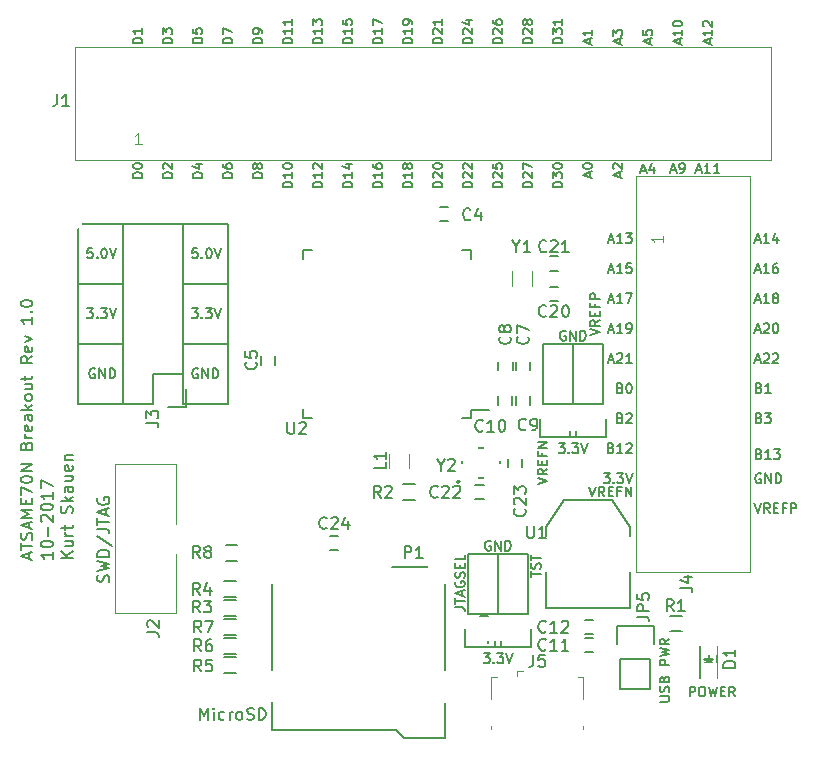
<source format=gto>
G04 #@! TF.FileFunction,Legend,Top*
%FSLAX46Y46*%
G04 Gerber Fmt 4.6, Leading zero omitted, Abs format (unit mm)*
G04 Created by KiCad (PCBNEW 4.0.7) date 10/15/17 21:50:59*
%MOMM*%
%LPD*%
G01*
G04 APERTURE LIST*
%ADD10C,0.100000*%
%ADD11C,0.200000*%
%ADD12C,0.150000*%
%ADD13C,0.120000*%
%ADD14R,1.760000X0.540000*%
%ADD15R,0.540000X1.760000*%
%ADD16R,1.760000X2.160000*%
%ADD17C,1.710000*%
%ADD18R,0.660000X1.610000*%
%ADD19O,1.460000X2.160000*%
%ADD20R,1.460000X2.160000*%
%ADD21R,1.860000X1.660000*%
%ADD22R,0.960000X1.860000*%
%ADD23R,1.460000X2.460000*%
%ADD24C,2.260000*%
%ADD25R,1.987200X1.987200*%
%ADD26O,1.987200X1.987200*%
%ADD27R,2.060000X2.060000*%
%ADD28O,2.060000X2.060000*%
%ADD29R,1.060000X1.010000*%
%ADD30C,7.260000*%
%ADD31R,0.760000X1.160000*%
%ADD32R,1.560000X0.960000*%
%ADD33R,2.292000X2.060000*%
%ADD34O,2.292000X2.060000*%
%ADD35R,1.458880X1.458880*%
%ADD36R,1.010000X1.060000*%
%ADD37R,3.917600X2.292000*%
%ADD38R,1.276000X2.292000*%
%ADD39R,2.060000X1.260000*%
%ADD40R,2.292000X2.292000*%
%ADD41O,2.292000X2.292000*%
%ADD42R,1.660000X1.460000*%
%ADD43R,1.360000X1.360000*%
%ADD44O,1.360000X1.360000*%
G04 APERTURE END LIST*
D10*
D11*
X153395238Y-97170952D02*
X153395238Y-96350952D01*
X153707619Y-96350952D01*
X153785714Y-96390000D01*
X153824762Y-96429048D01*
X153863810Y-96507143D01*
X153863810Y-96624286D01*
X153824762Y-96702381D01*
X153785714Y-96741429D01*
X153707619Y-96780476D01*
X153395238Y-96780476D01*
X154371429Y-96350952D02*
X154527619Y-96350952D01*
X154605714Y-96390000D01*
X154683810Y-96468095D01*
X154722857Y-96624286D01*
X154722857Y-96897619D01*
X154683810Y-97053810D01*
X154605714Y-97131905D01*
X154527619Y-97170952D01*
X154371429Y-97170952D01*
X154293333Y-97131905D01*
X154215238Y-97053810D01*
X154176190Y-96897619D01*
X154176190Y-96624286D01*
X154215238Y-96468095D01*
X154293333Y-96390000D01*
X154371429Y-96350952D01*
X154996191Y-96350952D02*
X155191429Y-97170952D01*
X155347619Y-96585238D01*
X155503810Y-97170952D01*
X155699048Y-96350952D01*
X156011429Y-96741429D02*
X156284762Y-96741429D01*
X156401905Y-97170952D02*
X156011429Y-97170952D01*
X156011429Y-96350952D01*
X156401905Y-96350952D01*
X157221906Y-97170952D02*
X156948572Y-96780476D01*
X156753334Y-97170952D02*
X156753334Y-96350952D01*
X157065715Y-96350952D01*
X157143810Y-96390000D01*
X157182858Y-96429048D01*
X157221906Y-96507143D01*
X157221906Y-96624286D01*
X157182858Y-96702381D01*
X157143810Y-96741429D01*
X157065715Y-96780476D01*
X156753334Y-96780476D01*
X150850952Y-97604762D02*
X151514762Y-97604762D01*
X151592857Y-97565714D01*
X151631905Y-97526667D01*
X151670952Y-97448571D01*
X151670952Y-97292381D01*
X151631905Y-97214286D01*
X151592857Y-97175238D01*
X151514762Y-97136190D01*
X150850952Y-97136190D01*
X151631905Y-96784762D02*
X151670952Y-96667619D01*
X151670952Y-96472381D01*
X151631905Y-96394285D01*
X151592857Y-96355238D01*
X151514762Y-96316190D01*
X151436667Y-96316190D01*
X151358571Y-96355238D01*
X151319524Y-96394285D01*
X151280476Y-96472381D01*
X151241429Y-96628571D01*
X151202381Y-96706666D01*
X151163333Y-96745714D01*
X151085238Y-96784762D01*
X151007143Y-96784762D01*
X150929048Y-96745714D01*
X150890000Y-96706666D01*
X150850952Y-96628571D01*
X150850952Y-96433333D01*
X150890000Y-96316190D01*
X151241429Y-95691429D02*
X151280476Y-95574286D01*
X151319524Y-95535238D01*
X151397619Y-95496190D01*
X151514762Y-95496190D01*
X151592857Y-95535238D01*
X151631905Y-95574286D01*
X151670952Y-95652381D01*
X151670952Y-95964762D01*
X150850952Y-95964762D01*
X150850952Y-95691429D01*
X150890000Y-95613333D01*
X150929048Y-95574286D01*
X151007143Y-95535238D01*
X151085238Y-95535238D01*
X151163333Y-95574286D01*
X151202381Y-95613333D01*
X151241429Y-95691429D01*
X151241429Y-95964762D01*
X151670952Y-94520000D02*
X150850952Y-94520000D01*
X150850952Y-94207619D01*
X150890000Y-94129524D01*
X150929048Y-94090476D01*
X151007143Y-94051428D01*
X151124286Y-94051428D01*
X151202381Y-94090476D01*
X151241429Y-94129524D01*
X151280476Y-94207619D01*
X151280476Y-94520000D01*
X150850952Y-93778095D02*
X151670952Y-93582857D01*
X151085238Y-93426667D01*
X151670952Y-93270476D01*
X150850952Y-93075238D01*
X151670952Y-92294285D02*
X151280476Y-92567619D01*
X151670952Y-92762857D02*
X150850952Y-92762857D01*
X150850952Y-92450476D01*
X150890000Y-92372381D01*
X150929048Y-92333333D01*
X151007143Y-92294285D01*
X151124286Y-92294285D01*
X151202381Y-92333333D01*
X151241429Y-92372381D01*
X151280476Y-92450476D01*
X151280476Y-92762857D01*
X133535952Y-89619524D02*
X134121667Y-89619524D01*
X134238810Y-89658572D01*
X134316905Y-89736667D01*
X134355952Y-89853810D01*
X134355952Y-89931905D01*
X133535952Y-89346191D02*
X133535952Y-88877619D01*
X134355952Y-89111905D02*
X133535952Y-89111905D01*
X134121667Y-88643334D02*
X134121667Y-88252857D01*
X134355952Y-88721429D02*
X133535952Y-88448095D01*
X134355952Y-88174762D01*
X133575000Y-87471905D02*
X133535952Y-87550000D01*
X133535952Y-87667143D01*
X133575000Y-87784286D01*
X133653095Y-87862381D01*
X133731190Y-87901429D01*
X133887381Y-87940477D01*
X134004524Y-87940477D01*
X134160714Y-87901429D01*
X134238810Y-87862381D01*
X134316905Y-87784286D01*
X134355952Y-87667143D01*
X134355952Y-87589048D01*
X134316905Y-87471905D01*
X134277857Y-87432857D01*
X134004524Y-87432857D01*
X134004524Y-87589048D01*
X134316905Y-87120477D02*
X134355952Y-87003334D01*
X134355952Y-86808096D01*
X134316905Y-86730000D01*
X134277857Y-86690953D01*
X134199762Y-86651905D01*
X134121667Y-86651905D01*
X134043571Y-86690953D01*
X134004524Y-86730000D01*
X133965476Y-86808096D01*
X133926429Y-86964286D01*
X133887381Y-87042381D01*
X133848333Y-87081429D01*
X133770238Y-87120477D01*
X133692143Y-87120477D01*
X133614048Y-87081429D01*
X133575000Y-87042381D01*
X133535952Y-86964286D01*
X133535952Y-86769048D01*
X133575000Y-86651905D01*
X133926429Y-86300477D02*
X133926429Y-86027144D01*
X134355952Y-85910001D02*
X134355952Y-86300477D01*
X133535952Y-86300477D01*
X133535952Y-85910001D01*
X134355952Y-85168096D02*
X134355952Y-85558572D01*
X133535952Y-85558572D01*
X139950952Y-87052381D02*
X139950952Y-86583809D01*
X140770952Y-86818095D02*
X139950952Y-86818095D01*
X140731905Y-86349524D02*
X140770952Y-86232381D01*
X140770952Y-86037143D01*
X140731905Y-85959047D01*
X140692857Y-85920000D01*
X140614762Y-85880952D01*
X140536667Y-85880952D01*
X140458571Y-85920000D01*
X140419524Y-85959047D01*
X140380476Y-86037143D01*
X140341429Y-86193333D01*
X140302381Y-86271428D01*
X140263333Y-86310476D01*
X140185238Y-86349524D01*
X140107143Y-86349524D01*
X140029048Y-86310476D01*
X139990000Y-86271428D01*
X139950952Y-86193333D01*
X139950952Y-85998095D01*
X139990000Y-85880952D01*
X139950952Y-85646667D02*
X139950952Y-85178095D01*
X140770952Y-85412381D02*
X139950952Y-85412381D01*
X136535238Y-84045000D02*
X136457143Y-84005952D01*
X136340000Y-84005952D01*
X136222857Y-84045000D01*
X136144762Y-84123095D01*
X136105714Y-84201190D01*
X136066666Y-84357381D01*
X136066666Y-84474524D01*
X136105714Y-84630714D01*
X136144762Y-84708810D01*
X136222857Y-84786905D01*
X136340000Y-84825952D01*
X136418095Y-84825952D01*
X136535238Y-84786905D01*
X136574286Y-84747857D01*
X136574286Y-84474524D01*
X136418095Y-84474524D01*
X136925714Y-84825952D02*
X136925714Y-84005952D01*
X137394286Y-84825952D01*
X137394286Y-84005952D01*
X137784762Y-84825952D02*
X137784762Y-84005952D01*
X137980000Y-84005952D01*
X138097143Y-84045000D01*
X138175238Y-84123095D01*
X138214286Y-84201190D01*
X138253334Y-84357381D01*
X138253334Y-84474524D01*
X138214286Y-84630714D01*
X138175238Y-84708810D01*
X138097143Y-84786905D01*
X137980000Y-84825952D01*
X137784762Y-84825952D01*
X135949525Y-93530952D02*
X136457144Y-93530952D01*
X136183811Y-93843333D01*
X136300953Y-93843333D01*
X136379049Y-93882381D01*
X136418096Y-93921429D01*
X136457144Y-93999524D01*
X136457144Y-94194762D01*
X136418096Y-94272857D01*
X136379049Y-94311905D01*
X136300953Y-94350952D01*
X136066668Y-94350952D01*
X135988572Y-94311905D01*
X135949525Y-94272857D01*
X136808572Y-94272857D02*
X136847620Y-94311905D01*
X136808572Y-94350952D01*
X136769524Y-94311905D01*
X136808572Y-94272857D01*
X136808572Y-94350952D01*
X137120953Y-93530952D02*
X137628572Y-93530952D01*
X137355239Y-93843333D01*
X137472381Y-93843333D01*
X137550477Y-93882381D01*
X137589524Y-93921429D01*
X137628572Y-93999524D01*
X137628572Y-94194762D01*
X137589524Y-94272857D01*
X137550477Y-94311905D01*
X137472381Y-94350952D01*
X137238096Y-94350952D01*
X137160000Y-94311905D01*
X137120953Y-94272857D01*
X137862857Y-93530952D02*
X138136191Y-94350952D01*
X138409524Y-93530952D01*
X144965952Y-66596905D02*
X145785952Y-66323571D01*
X144965952Y-66050238D01*
X145785952Y-65308333D02*
X145395476Y-65581667D01*
X145785952Y-65776905D02*
X144965952Y-65776905D01*
X144965952Y-65464524D01*
X145005000Y-65386429D01*
X145044048Y-65347381D01*
X145122143Y-65308333D01*
X145239286Y-65308333D01*
X145317381Y-65347381D01*
X145356429Y-65386429D01*
X145395476Y-65464524D01*
X145395476Y-65776905D01*
X145356429Y-64956905D02*
X145356429Y-64683572D01*
X145785952Y-64566429D02*
X145785952Y-64956905D01*
X144965952Y-64956905D01*
X144965952Y-64566429D01*
X145356429Y-63941667D02*
X145356429Y-64215000D01*
X145785952Y-64215000D02*
X144965952Y-64215000D01*
X144965952Y-63824524D01*
X145785952Y-63512143D02*
X144965952Y-63512143D01*
X144965952Y-63199762D01*
X145005000Y-63121667D01*
X145044048Y-63082619D01*
X145122143Y-63043571D01*
X145239286Y-63043571D01*
X145317381Y-63082619D01*
X145356429Y-63121667D01*
X145395476Y-63199762D01*
X145395476Y-63512143D01*
X140520952Y-79186572D02*
X141340952Y-78913238D01*
X140520952Y-78639905D01*
X141340952Y-77898000D02*
X140950476Y-78171334D01*
X141340952Y-78366572D02*
X140520952Y-78366572D01*
X140520952Y-78054191D01*
X140560000Y-77976096D01*
X140599048Y-77937048D01*
X140677143Y-77898000D01*
X140794286Y-77898000D01*
X140872381Y-77937048D01*
X140911429Y-77976096D01*
X140950476Y-78054191D01*
X140950476Y-78366572D01*
X140911429Y-77546572D02*
X140911429Y-77273239D01*
X141340952Y-77156096D02*
X141340952Y-77546572D01*
X140520952Y-77546572D01*
X140520952Y-77156096D01*
X140911429Y-76531334D02*
X140911429Y-76804667D01*
X141340952Y-76804667D02*
X140520952Y-76804667D01*
X140520952Y-76414191D01*
X141340952Y-76101810D02*
X140520952Y-76101810D01*
X141340952Y-75633238D01*
X140520952Y-75633238D01*
X142299525Y-75750952D02*
X142807144Y-75750952D01*
X142533811Y-76063333D01*
X142650953Y-76063333D01*
X142729049Y-76102381D01*
X142768096Y-76141429D01*
X142807144Y-76219524D01*
X142807144Y-76414762D01*
X142768096Y-76492857D01*
X142729049Y-76531905D01*
X142650953Y-76570952D01*
X142416668Y-76570952D01*
X142338572Y-76531905D01*
X142299525Y-76492857D01*
X143158572Y-76492857D02*
X143197620Y-76531905D01*
X143158572Y-76570952D01*
X143119524Y-76531905D01*
X143158572Y-76492857D01*
X143158572Y-76570952D01*
X143470953Y-75750952D02*
X143978572Y-75750952D01*
X143705239Y-76063333D01*
X143822381Y-76063333D01*
X143900477Y-76102381D01*
X143939524Y-76141429D01*
X143978572Y-76219524D01*
X143978572Y-76414762D01*
X143939524Y-76492857D01*
X143900477Y-76531905D01*
X143822381Y-76570952D01*
X143588096Y-76570952D01*
X143510000Y-76531905D01*
X143470953Y-76492857D01*
X144212857Y-75750952D02*
X144486191Y-76570952D01*
X144759524Y-75750952D01*
X142885238Y-66265000D02*
X142807143Y-66225952D01*
X142690000Y-66225952D01*
X142572857Y-66265000D01*
X142494762Y-66343095D01*
X142455714Y-66421190D01*
X142416666Y-66577381D01*
X142416666Y-66694524D01*
X142455714Y-66850714D01*
X142494762Y-66928810D01*
X142572857Y-67006905D01*
X142690000Y-67045952D01*
X142768095Y-67045952D01*
X142885238Y-67006905D01*
X142924286Y-66967857D01*
X142924286Y-66694524D01*
X142768095Y-66694524D01*
X143275714Y-67045952D02*
X143275714Y-66225952D01*
X143744286Y-67045952D01*
X143744286Y-66225952D01*
X144134762Y-67045952D02*
X144134762Y-66225952D01*
X144330000Y-66225952D01*
X144447143Y-66265000D01*
X144525238Y-66343095D01*
X144564286Y-66421190D01*
X144603334Y-66577381D01*
X144603334Y-66694524D01*
X144564286Y-66850714D01*
X144525238Y-66928810D01*
X144447143Y-67006905D01*
X144330000Y-67045952D01*
X144134762Y-67045952D01*
X111749762Y-69440000D02*
X111671667Y-69400952D01*
X111554524Y-69400952D01*
X111437381Y-69440000D01*
X111359286Y-69518095D01*
X111320238Y-69596190D01*
X111281190Y-69752381D01*
X111281190Y-69869524D01*
X111320238Y-70025714D01*
X111359286Y-70103810D01*
X111437381Y-70181905D01*
X111554524Y-70220952D01*
X111632619Y-70220952D01*
X111749762Y-70181905D01*
X111788810Y-70142857D01*
X111788810Y-69869524D01*
X111632619Y-69869524D01*
X112140238Y-70220952D02*
X112140238Y-69400952D01*
X112608810Y-70220952D01*
X112608810Y-69400952D01*
X112999286Y-70220952D02*
X112999286Y-69400952D01*
X113194524Y-69400952D01*
X113311667Y-69440000D01*
X113389762Y-69518095D01*
X113428810Y-69596190D01*
X113467858Y-69752381D01*
X113467858Y-69869524D01*
X113428810Y-70025714D01*
X113389762Y-70103810D01*
X113311667Y-70181905D01*
X113194524Y-70220952D01*
X112999286Y-70220952D01*
X111242143Y-64320952D02*
X111749762Y-64320952D01*
X111476429Y-64633333D01*
X111593571Y-64633333D01*
X111671667Y-64672381D01*
X111710714Y-64711429D01*
X111749762Y-64789524D01*
X111749762Y-64984762D01*
X111710714Y-65062857D01*
X111671667Y-65101905D01*
X111593571Y-65140952D01*
X111359286Y-65140952D01*
X111281190Y-65101905D01*
X111242143Y-65062857D01*
X112101190Y-65062857D02*
X112140238Y-65101905D01*
X112101190Y-65140952D01*
X112062142Y-65101905D01*
X112101190Y-65062857D01*
X112101190Y-65140952D01*
X112413571Y-64320952D02*
X112921190Y-64320952D01*
X112647857Y-64633333D01*
X112764999Y-64633333D01*
X112843095Y-64672381D01*
X112882142Y-64711429D01*
X112921190Y-64789524D01*
X112921190Y-64984762D01*
X112882142Y-65062857D01*
X112843095Y-65101905D01*
X112764999Y-65140952D01*
X112530714Y-65140952D01*
X112452618Y-65101905D01*
X112413571Y-65062857D01*
X113155475Y-64320952D02*
X113428809Y-65140952D01*
X113702142Y-64320952D01*
X111710714Y-59240952D02*
X111320238Y-59240952D01*
X111281190Y-59631429D01*
X111320238Y-59592381D01*
X111398333Y-59553333D01*
X111593571Y-59553333D01*
X111671667Y-59592381D01*
X111710714Y-59631429D01*
X111749762Y-59709524D01*
X111749762Y-59904762D01*
X111710714Y-59982857D01*
X111671667Y-60021905D01*
X111593571Y-60060952D01*
X111398333Y-60060952D01*
X111320238Y-60021905D01*
X111281190Y-59982857D01*
X112101190Y-59982857D02*
X112140238Y-60021905D01*
X112101190Y-60060952D01*
X112062142Y-60021905D01*
X112101190Y-59982857D01*
X112101190Y-60060952D01*
X112647857Y-59240952D02*
X112725952Y-59240952D01*
X112804047Y-59280000D01*
X112843095Y-59319048D01*
X112882142Y-59397143D01*
X112921190Y-59553333D01*
X112921190Y-59748571D01*
X112882142Y-59904762D01*
X112843095Y-59982857D01*
X112804047Y-60021905D01*
X112725952Y-60060952D01*
X112647857Y-60060952D01*
X112569761Y-60021905D01*
X112530714Y-59982857D01*
X112491666Y-59904762D01*
X112452618Y-59748571D01*
X112452618Y-59553333D01*
X112491666Y-59397143D01*
X112530714Y-59319048D01*
X112569761Y-59280000D01*
X112647857Y-59240952D01*
X113155475Y-59240952D02*
X113428809Y-60060952D01*
X113702142Y-59240952D01*
X110490000Y-62230000D02*
X114300000Y-62230000D01*
X110490000Y-67310000D02*
X114300000Y-67310000D01*
X110490000Y-72390000D02*
X110490000Y-67310000D01*
X114300000Y-72390000D02*
X110490000Y-72390000D01*
X114300000Y-57150000D02*
X114300000Y-72390000D01*
X110490000Y-57150000D02*
X114300000Y-57150000D01*
X103027714Y-69440000D02*
X102949619Y-69400952D01*
X102832476Y-69400952D01*
X102715333Y-69440000D01*
X102637238Y-69518095D01*
X102598190Y-69596190D01*
X102559142Y-69752381D01*
X102559142Y-69869524D01*
X102598190Y-70025714D01*
X102637238Y-70103810D01*
X102715333Y-70181905D01*
X102832476Y-70220952D01*
X102910571Y-70220952D01*
X103027714Y-70181905D01*
X103066762Y-70142857D01*
X103066762Y-69869524D01*
X102910571Y-69869524D01*
X103418190Y-70220952D02*
X103418190Y-69400952D01*
X103886762Y-70220952D01*
X103886762Y-69400952D01*
X104277238Y-70220952D02*
X104277238Y-69400952D01*
X104472476Y-69400952D01*
X104589619Y-69440000D01*
X104667714Y-69518095D01*
X104706762Y-69596190D01*
X104745810Y-69752381D01*
X104745810Y-69869524D01*
X104706762Y-70025714D01*
X104667714Y-70103810D01*
X104589619Y-70181905D01*
X104472476Y-70220952D01*
X104277238Y-70220952D01*
X102363906Y-64320952D02*
X102871525Y-64320952D01*
X102598192Y-64633333D01*
X102715334Y-64633333D01*
X102793430Y-64672381D01*
X102832477Y-64711429D01*
X102871525Y-64789524D01*
X102871525Y-64984762D01*
X102832477Y-65062857D01*
X102793430Y-65101905D01*
X102715334Y-65140952D01*
X102481049Y-65140952D01*
X102402953Y-65101905D01*
X102363906Y-65062857D01*
X103222953Y-65062857D02*
X103262001Y-65101905D01*
X103222953Y-65140952D01*
X103183905Y-65101905D01*
X103222953Y-65062857D01*
X103222953Y-65140952D01*
X103535334Y-64320952D02*
X104042953Y-64320952D01*
X103769620Y-64633333D01*
X103886762Y-64633333D01*
X103964858Y-64672381D01*
X104003905Y-64711429D01*
X104042953Y-64789524D01*
X104042953Y-64984762D01*
X104003905Y-65062857D01*
X103964858Y-65101905D01*
X103886762Y-65140952D01*
X103652477Y-65140952D01*
X103574381Y-65101905D01*
X103535334Y-65062857D01*
X104277238Y-64320952D02*
X104550572Y-65140952D01*
X104823905Y-64320952D01*
X101600000Y-72390000D02*
X105410000Y-72390000D01*
X101600000Y-67310000D02*
X101600000Y-72390000D01*
X105410000Y-67310000D02*
X101600000Y-67310000D01*
X101600000Y-67310000D02*
X105410000Y-67310000D01*
X101600000Y-62230000D02*
X101600000Y-67310000D01*
X101600000Y-57150000D02*
X105410000Y-57150000D01*
X101600000Y-62230000D02*
X101600000Y-57150000D01*
X105410000Y-62230000D02*
X101600000Y-62230000D01*
X102832477Y-59240952D02*
X102442001Y-59240952D01*
X102402953Y-59631429D01*
X102442001Y-59592381D01*
X102520096Y-59553333D01*
X102715334Y-59553333D01*
X102793430Y-59592381D01*
X102832477Y-59631429D01*
X102871525Y-59709524D01*
X102871525Y-59904762D01*
X102832477Y-59982857D01*
X102793430Y-60021905D01*
X102715334Y-60060952D01*
X102520096Y-60060952D01*
X102442001Y-60021905D01*
X102402953Y-59982857D01*
X103222953Y-59982857D02*
X103262001Y-60021905D01*
X103222953Y-60060952D01*
X103183905Y-60021905D01*
X103222953Y-59982857D01*
X103222953Y-60060952D01*
X103769620Y-59240952D02*
X103847715Y-59240952D01*
X103925810Y-59280000D01*
X103964858Y-59319048D01*
X104003905Y-59397143D01*
X104042953Y-59553333D01*
X104042953Y-59748571D01*
X104003905Y-59904762D01*
X103964858Y-59982857D01*
X103925810Y-60021905D01*
X103847715Y-60060952D01*
X103769620Y-60060952D01*
X103691524Y-60021905D01*
X103652477Y-59982857D01*
X103613429Y-59904762D01*
X103574381Y-59748571D01*
X103574381Y-59553333D01*
X103613429Y-59397143D01*
X103652477Y-59319048D01*
X103691524Y-59280000D01*
X103769620Y-59240952D01*
X104277238Y-59240952D02*
X104550572Y-60060952D01*
X104823905Y-59240952D01*
X144892228Y-79408552D02*
X145165562Y-80228552D01*
X145438895Y-79408552D01*
X146180800Y-80228552D02*
X145907466Y-79838076D01*
X145712228Y-80228552D02*
X145712228Y-79408552D01*
X146024609Y-79408552D01*
X146102704Y-79447600D01*
X146141752Y-79486648D01*
X146180800Y-79564743D01*
X146180800Y-79681886D01*
X146141752Y-79759981D01*
X146102704Y-79799029D01*
X146024609Y-79838076D01*
X145712228Y-79838076D01*
X146532228Y-79799029D02*
X146805561Y-79799029D01*
X146922704Y-80228552D02*
X146532228Y-80228552D01*
X146532228Y-79408552D01*
X146922704Y-79408552D01*
X147547466Y-79799029D02*
X147274133Y-79799029D01*
X147274133Y-80228552D02*
X147274133Y-79408552D01*
X147664609Y-79408552D01*
X147976990Y-80228552D02*
X147976990Y-79408552D01*
X148445562Y-80228552D01*
X148445562Y-79408552D01*
X146102706Y-78290952D02*
X146610325Y-78290952D01*
X146336992Y-78603333D01*
X146454134Y-78603333D01*
X146532230Y-78642381D01*
X146571277Y-78681429D01*
X146610325Y-78759524D01*
X146610325Y-78954762D01*
X146571277Y-79032857D01*
X146532230Y-79071905D01*
X146454134Y-79110952D01*
X146219849Y-79110952D01*
X146141753Y-79071905D01*
X146102706Y-79032857D01*
X146961753Y-79032857D02*
X147000801Y-79071905D01*
X146961753Y-79110952D01*
X146922705Y-79071905D01*
X146961753Y-79032857D01*
X146961753Y-79110952D01*
X147274134Y-78290952D02*
X147781753Y-78290952D01*
X147508420Y-78603333D01*
X147625562Y-78603333D01*
X147703658Y-78642381D01*
X147742705Y-78681429D01*
X147781753Y-78759524D01*
X147781753Y-78954762D01*
X147742705Y-79032857D01*
X147703658Y-79071905D01*
X147625562Y-79110952D01*
X147391277Y-79110952D01*
X147313181Y-79071905D01*
X147274134Y-79032857D01*
X148016038Y-78290952D02*
X148289372Y-79110952D01*
X148562705Y-78290952D01*
X146727467Y-76141429D02*
X146844610Y-76180476D01*
X146883658Y-76219524D01*
X146922706Y-76297619D01*
X146922706Y-76414762D01*
X146883658Y-76492857D01*
X146844610Y-76531905D01*
X146766515Y-76570952D01*
X146454134Y-76570952D01*
X146454134Y-75750952D01*
X146727467Y-75750952D01*
X146805563Y-75790000D01*
X146844610Y-75829048D01*
X146883658Y-75907143D01*
X146883658Y-75985238D01*
X146844610Y-76063333D01*
X146805563Y-76102381D01*
X146727467Y-76141429D01*
X146454134Y-76141429D01*
X147703658Y-76570952D02*
X147235086Y-76570952D01*
X147469372Y-76570952D02*
X147469372Y-75750952D01*
X147391277Y-75868095D01*
X147313182Y-75946190D01*
X147235086Y-75985238D01*
X148016038Y-75829048D02*
X148055086Y-75790000D01*
X148133181Y-75750952D01*
X148328419Y-75750952D01*
X148406515Y-75790000D01*
X148445562Y-75829048D01*
X148484610Y-75907143D01*
X148484610Y-75985238D01*
X148445562Y-76102381D01*
X147976991Y-76570952D01*
X148484610Y-76570952D01*
X147508419Y-73601429D02*
X147625562Y-73640476D01*
X147664610Y-73679524D01*
X147703658Y-73757619D01*
X147703658Y-73874762D01*
X147664610Y-73952857D01*
X147625562Y-73991905D01*
X147547467Y-74030952D01*
X147235086Y-74030952D01*
X147235086Y-73210952D01*
X147508419Y-73210952D01*
X147586515Y-73250000D01*
X147625562Y-73289048D01*
X147664610Y-73367143D01*
X147664610Y-73445238D01*
X147625562Y-73523333D01*
X147586515Y-73562381D01*
X147508419Y-73601429D01*
X147235086Y-73601429D01*
X148016038Y-73289048D02*
X148055086Y-73250000D01*
X148133181Y-73210952D01*
X148328419Y-73210952D01*
X148406515Y-73250000D01*
X148445562Y-73289048D01*
X148484610Y-73367143D01*
X148484610Y-73445238D01*
X148445562Y-73562381D01*
X147976991Y-74030952D01*
X148484610Y-74030952D01*
X147508419Y-71061429D02*
X147625562Y-71100476D01*
X147664610Y-71139524D01*
X147703658Y-71217619D01*
X147703658Y-71334762D01*
X147664610Y-71412857D01*
X147625562Y-71451905D01*
X147547467Y-71490952D01*
X147235086Y-71490952D01*
X147235086Y-70670952D01*
X147508419Y-70670952D01*
X147586515Y-70710000D01*
X147625562Y-70749048D01*
X147664610Y-70827143D01*
X147664610Y-70905238D01*
X147625562Y-70983333D01*
X147586515Y-71022381D01*
X147508419Y-71061429D01*
X147235086Y-71061429D01*
X148211277Y-70670952D02*
X148289372Y-70670952D01*
X148367467Y-70710000D01*
X148406515Y-70749048D01*
X148445562Y-70827143D01*
X148484610Y-70983333D01*
X148484610Y-71178571D01*
X148445562Y-71334762D01*
X148406515Y-71412857D01*
X148367467Y-71451905D01*
X148289372Y-71490952D01*
X148211277Y-71490952D01*
X148133181Y-71451905D01*
X148094134Y-71412857D01*
X148055086Y-71334762D01*
X148016038Y-71178571D01*
X148016038Y-70983333D01*
X148055086Y-70827143D01*
X148094134Y-70749048D01*
X148133181Y-70710000D01*
X148211277Y-70670952D01*
X146532229Y-68716667D02*
X146922706Y-68716667D01*
X146454134Y-68950952D02*
X146727468Y-68130952D01*
X147000801Y-68950952D01*
X147235086Y-68209048D02*
X147274134Y-68170000D01*
X147352229Y-68130952D01*
X147547467Y-68130952D01*
X147625563Y-68170000D01*
X147664610Y-68209048D01*
X147703658Y-68287143D01*
X147703658Y-68365238D01*
X147664610Y-68482381D01*
X147196039Y-68950952D01*
X147703658Y-68950952D01*
X148484610Y-68950952D02*
X148016038Y-68950952D01*
X148250324Y-68950952D02*
X148250324Y-68130952D01*
X148172229Y-68248095D01*
X148094134Y-68326190D01*
X148016038Y-68365238D01*
X146532229Y-66176667D02*
X146922706Y-66176667D01*
X146454134Y-66410952D02*
X146727468Y-65590952D01*
X147000801Y-66410952D01*
X147703658Y-66410952D02*
X147235086Y-66410952D01*
X147469372Y-66410952D02*
X147469372Y-65590952D01*
X147391277Y-65708095D01*
X147313182Y-65786190D01*
X147235086Y-65825238D01*
X148094134Y-66410952D02*
X148250324Y-66410952D01*
X148328419Y-66371905D01*
X148367467Y-66332857D01*
X148445562Y-66215714D01*
X148484610Y-66059524D01*
X148484610Y-65747143D01*
X148445562Y-65669048D01*
X148406515Y-65630000D01*
X148328419Y-65590952D01*
X148172229Y-65590952D01*
X148094134Y-65630000D01*
X148055086Y-65669048D01*
X148016038Y-65747143D01*
X148016038Y-65942381D01*
X148055086Y-66020476D01*
X148094134Y-66059524D01*
X148172229Y-66098571D01*
X148328419Y-66098571D01*
X148406515Y-66059524D01*
X148445562Y-66020476D01*
X148484610Y-65942381D01*
X146532229Y-63636667D02*
X146922706Y-63636667D01*
X146454134Y-63870952D02*
X146727468Y-63050952D01*
X147000801Y-63870952D01*
X147703658Y-63870952D02*
X147235086Y-63870952D01*
X147469372Y-63870952D02*
X147469372Y-63050952D01*
X147391277Y-63168095D01*
X147313182Y-63246190D01*
X147235086Y-63285238D01*
X147976991Y-63050952D02*
X148523658Y-63050952D01*
X148172229Y-63870952D01*
X146532229Y-61096667D02*
X146922706Y-61096667D01*
X146454134Y-61330952D02*
X146727468Y-60510952D01*
X147000801Y-61330952D01*
X147703658Y-61330952D02*
X147235086Y-61330952D01*
X147469372Y-61330952D02*
X147469372Y-60510952D01*
X147391277Y-60628095D01*
X147313182Y-60706190D01*
X147235086Y-60745238D01*
X148445562Y-60510952D02*
X148055086Y-60510952D01*
X148016038Y-60901429D01*
X148055086Y-60862381D01*
X148133181Y-60823333D01*
X148328419Y-60823333D01*
X148406515Y-60862381D01*
X148445562Y-60901429D01*
X148484610Y-60979524D01*
X148484610Y-61174762D01*
X148445562Y-61252857D01*
X148406515Y-61291905D01*
X148328419Y-61330952D01*
X148133181Y-61330952D01*
X148055086Y-61291905D01*
X148016038Y-61252857D01*
X146532229Y-58556667D02*
X146922706Y-58556667D01*
X146454134Y-58790952D02*
X146727468Y-57970952D01*
X147000801Y-58790952D01*
X147703658Y-58790952D02*
X147235086Y-58790952D01*
X147469372Y-58790952D02*
X147469372Y-57970952D01*
X147391277Y-58088095D01*
X147313182Y-58166190D01*
X147235086Y-58205238D01*
X147976991Y-57970952D02*
X148484610Y-57970952D01*
X148211277Y-58283333D01*
X148328419Y-58283333D01*
X148406515Y-58322381D01*
X148445562Y-58361429D01*
X148484610Y-58439524D01*
X148484610Y-58634762D01*
X148445562Y-58712857D01*
X148406515Y-58751905D01*
X148328419Y-58790952D01*
X148094134Y-58790952D01*
X148016038Y-58751905D01*
X147976991Y-58712857D01*
X158878895Y-80830952D02*
X159152229Y-81650952D01*
X159425562Y-80830952D01*
X160167467Y-81650952D02*
X159894133Y-81260476D01*
X159698895Y-81650952D02*
X159698895Y-80830952D01*
X160011276Y-80830952D01*
X160089371Y-80870000D01*
X160128419Y-80909048D01*
X160167467Y-80987143D01*
X160167467Y-81104286D01*
X160128419Y-81182381D01*
X160089371Y-81221429D01*
X160011276Y-81260476D01*
X159698895Y-81260476D01*
X160518895Y-81221429D02*
X160792228Y-81221429D01*
X160909371Y-81650952D02*
X160518895Y-81650952D01*
X160518895Y-80830952D01*
X160909371Y-80830952D01*
X161534133Y-81221429D02*
X161260800Y-81221429D01*
X161260800Y-81650952D02*
X161260800Y-80830952D01*
X161651276Y-80830952D01*
X161963657Y-81650952D02*
X161963657Y-80830952D01*
X162276038Y-80830952D01*
X162354133Y-80870000D01*
X162393181Y-80909048D01*
X162432229Y-80987143D01*
X162432229Y-81104286D01*
X162393181Y-81182381D01*
X162354133Y-81221429D01*
X162276038Y-81260476D01*
X161963657Y-81260476D01*
X159425562Y-78330000D02*
X159347467Y-78290952D01*
X159230324Y-78290952D01*
X159113181Y-78330000D01*
X159035086Y-78408095D01*
X158996038Y-78486190D01*
X158956990Y-78642381D01*
X158956990Y-78759524D01*
X158996038Y-78915714D01*
X159035086Y-78993810D01*
X159113181Y-79071905D01*
X159230324Y-79110952D01*
X159308419Y-79110952D01*
X159425562Y-79071905D01*
X159464610Y-79032857D01*
X159464610Y-78759524D01*
X159308419Y-78759524D01*
X159816038Y-79110952D02*
X159816038Y-78290952D01*
X160284610Y-79110952D01*
X160284610Y-78290952D01*
X160675086Y-79110952D02*
X160675086Y-78290952D01*
X160870324Y-78290952D01*
X160987467Y-78330000D01*
X161065562Y-78408095D01*
X161104610Y-78486190D01*
X161143658Y-78642381D01*
X161143658Y-78759524D01*
X161104610Y-78915714D01*
X161065562Y-78993810D01*
X160987467Y-79071905D01*
X160870324Y-79110952D01*
X160675086Y-79110952D01*
X159269371Y-76649429D02*
X159386514Y-76688476D01*
X159425562Y-76727524D01*
X159464610Y-76805619D01*
X159464610Y-76922762D01*
X159425562Y-77000857D01*
X159386514Y-77039905D01*
X159308419Y-77078952D01*
X158996038Y-77078952D01*
X158996038Y-76258952D01*
X159269371Y-76258952D01*
X159347467Y-76298000D01*
X159386514Y-76337048D01*
X159425562Y-76415143D01*
X159425562Y-76493238D01*
X159386514Y-76571333D01*
X159347467Y-76610381D01*
X159269371Y-76649429D01*
X158996038Y-76649429D01*
X160245562Y-77078952D02*
X159776990Y-77078952D01*
X160011276Y-77078952D02*
X160011276Y-76258952D01*
X159933181Y-76376095D01*
X159855086Y-76454190D01*
X159776990Y-76493238D01*
X160518895Y-76258952D02*
X161026514Y-76258952D01*
X160753181Y-76571333D01*
X160870323Y-76571333D01*
X160948419Y-76610381D01*
X160987466Y-76649429D01*
X161026514Y-76727524D01*
X161026514Y-76922762D01*
X160987466Y-77000857D01*
X160948419Y-77039905D01*
X160870323Y-77078952D01*
X160636038Y-77078952D01*
X160557942Y-77039905D01*
X160518895Y-77000857D01*
X159269371Y-73601429D02*
X159386514Y-73640476D01*
X159425562Y-73679524D01*
X159464610Y-73757619D01*
X159464610Y-73874762D01*
X159425562Y-73952857D01*
X159386514Y-73991905D01*
X159308419Y-74030952D01*
X158996038Y-74030952D01*
X158996038Y-73210952D01*
X159269371Y-73210952D01*
X159347467Y-73250000D01*
X159386514Y-73289048D01*
X159425562Y-73367143D01*
X159425562Y-73445238D01*
X159386514Y-73523333D01*
X159347467Y-73562381D01*
X159269371Y-73601429D01*
X158996038Y-73601429D01*
X159737943Y-73210952D02*
X160245562Y-73210952D01*
X159972229Y-73523333D01*
X160089371Y-73523333D01*
X160167467Y-73562381D01*
X160206514Y-73601429D01*
X160245562Y-73679524D01*
X160245562Y-73874762D01*
X160206514Y-73952857D01*
X160167467Y-73991905D01*
X160089371Y-74030952D01*
X159855086Y-74030952D01*
X159776990Y-73991905D01*
X159737943Y-73952857D01*
X159269371Y-71061429D02*
X159386514Y-71100476D01*
X159425562Y-71139524D01*
X159464610Y-71217619D01*
X159464610Y-71334762D01*
X159425562Y-71412857D01*
X159386514Y-71451905D01*
X159308419Y-71490952D01*
X158996038Y-71490952D01*
X158996038Y-70670952D01*
X159269371Y-70670952D01*
X159347467Y-70710000D01*
X159386514Y-70749048D01*
X159425562Y-70827143D01*
X159425562Y-70905238D01*
X159386514Y-70983333D01*
X159347467Y-71022381D01*
X159269371Y-71061429D01*
X158996038Y-71061429D01*
X160245562Y-71490952D02*
X159776990Y-71490952D01*
X160011276Y-71490952D02*
X160011276Y-70670952D01*
X159933181Y-70788095D01*
X159855086Y-70866190D01*
X159776990Y-70905238D01*
X158956990Y-68716667D02*
X159347467Y-68716667D01*
X158878895Y-68950952D02*
X159152229Y-68130952D01*
X159425562Y-68950952D01*
X159659847Y-68209048D02*
X159698895Y-68170000D01*
X159776990Y-68130952D01*
X159972228Y-68130952D01*
X160050324Y-68170000D01*
X160089371Y-68209048D01*
X160128419Y-68287143D01*
X160128419Y-68365238D01*
X160089371Y-68482381D01*
X159620800Y-68950952D01*
X160128419Y-68950952D01*
X160440799Y-68209048D02*
X160479847Y-68170000D01*
X160557942Y-68130952D01*
X160753180Y-68130952D01*
X160831276Y-68170000D01*
X160870323Y-68209048D01*
X160909371Y-68287143D01*
X160909371Y-68365238D01*
X160870323Y-68482381D01*
X160401752Y-68950952D01*
X160909371Y-68950952D01*
X158956990Y-66176667D02*
X159347467Y-66176667D01*
X158878895Y-66410952D02*
X159152229Y-65590952D01*
X159425562Y-66410952D01*
X159659847Y-65669048D02*
X159698895Y-65630000D01*
X159776990Y-65590952D01*
X159972228Y-65590952D01*
X160050324Y-65630000D01*
X160089371Y-65669048D01*
X160128419Y-65747143D01*
X160128419Y-65825238D01*
X160089371Y-65942381D01*
X159620800Y-66410952D01*
X160128419Y-66410952D01*
X160636038Y-65590952D02*
X160714133Y-65590952D01*
X160792228Y-65630000D01*
X160831276Y-65669048D01*
X160870323Y-65747143D01*
X160909371Y-65903333D01*
X160909371Y-66098571D01*
X160870323Y-66254762D01*
X160831276Y-66332857D01*
X160792228Y-66371905D01*
X160714133Y-66410952D01*
X160636038Y-66410952D01*
X160557942Y-66371905D01*
X160518895Y-66332857D01*
X160479847Y-66254762D01*
X160440799Y-66098571D01*
X160440799Y-65903333D01*
X160479847Y-65747143D01*
X160518895Y-65669048D01*
X160557942Y-65630000D01*
X160636038Y-65590952D01*
X158956990Y-63636667D02*
X159347467Y-63636667D01*
X158878895Y-63870952D02*
X159152229Y-63050952D01*
X159425562Y-63870952D01*
X160128419Y-63870952D02*
X159659847Y-63870952D01*
X159894133Y-63870952D02*
X159894133Y-63050952D01*
X159816038Y-63168095D01*
X159737943Y-63246190D01*
X159659847Y-63285238D01*
X160596990Y-63402381D02*
X160518895Y-63363333D01*
X160479847Y-63324286D01*
X160440799Y-63246190D01*
X160440799Y-63207143D01*
X160479847Y-63129048D01*
X160518895Y-63090000D01*
X160596990Y-63050952D01*
X160753180Y-63050952D01*
X160831276Y-63090000D01*
X160870323Y-63129048D01*
X160909371Y-63207143D01*
X160909371Y-63246190D01*
X160870323Y-63324286D01*
X160831276Y-63363333D01*
X160753180Y-63402381D01*
X160596990Y-63402381D01*
X160518895Y-63441429D01*
X160479847Y-63480476D01*
X160440799Y-63558571D01*
X160440799Y-63714762D01*
X160479847Y-63792857D01*
X160518895Y-63831905D01*
X160596990Y-63870952D01*
X160753180Y-63870952D01*
X160831276Y-63831905D01*
X160870323Y-63792857D01*
X160909371Y-63714762D01*
X160909371Y-63558571D01*
X160870323Y-63480476D01*
X160831276Y-63441429D01*
X160753180Y-63402381D01*
X158956990Y-61096667D02*
X159347467Y-61096667D01*
X158878895Y-61330952D02*
X159152229Y-60510952D01*
X159425562Y-61330952D01*
X160128419Y-61330952D02*
X159659847Y-61330952D01*
X159894133Y-61330952D02*
X159894133Y-60510952D01*
X159816038Y-60628095D01*
X159737943Y-60706190D01*
X159659847Y-60745238D01*
X160831276Y-60510952D02*
X160675085Y-60510952D01*
X160596990Y-60550000D01*
X160557942Y-60589048D01*
X160479847Y-60706190D01*
X160440799Y-60862381D01*
X160440799Y-61174762D01*
X160479847Y-61252857D01*
X160518895Y-61291905D01*
X160596990Y-61330952D01*
X160753180Y-61330952D01*
X160831276Y-61291905D01*
X160870323Y-61252857D01*
X160909371Y-61174762D01*
X160909371Y-60979524D01*
X160870323Y-60901429D01*
X160831276Y-60862381D01*
X160753180Y-60823333D01*
X160596990Y-60823333D01*
X160518895Y-60862381D01*
X160479847Y-60901429D01*
X160440799Y-60979524D01*
X158956990Y-58556667D02*
X159347467Y-58556667D01*
X158878895Y-58790952D02*
X159152229Y-57970952D01*
X159425562Y-58790952D01*
X160128419Y-58790952D02*
X159659847Y-58790952D01*
X159894133Y-58790952D02*
X159894133Y-57970952D01*
X159816038Y-58088095D01*
X159737943Y-58166190D01*
X159659847Y-58205238D01*
X160831276Y-58244286D02*
X160831276Y-58790952D01*
X160636038Y-57931905D02*
X160440799Y-58517619D01*
X160948419Y-58517619D01*
X153963810Y-52613067D02*
X154354287Y-52613067D01*
X153885715Y-52847352D02*
X154159049Y-52027352D01*
X154432382Y-52847352D01*
X155135239Y-52847352D02*
X154666667Y-52847352D01*
X154900953Y-52847352D02*
X154900953Y-52027352D01*
X154822858Y-52144495D01*
X154744763Y-52222590D01*
X154666667Y-52261638D01*
X155916191Y-52847352D02*
X155447619Y-52847352D01*
X155681905Y-52847352D02*
X155681905Y-52027352D01*
X155603810Y-52144495D01*
X155525715Y-52222590D01*
X155447619Y-52261638D01*
X151814286Y-52613067D02*
X152204763Y-52613067D01*
X151736191Y-52847352D02*
X152009525Y-52027352D01*
X152282858Y-52847352D01*
X152595239Y-52847352D02*
X152751429Y-52847352D01*
X152829524Y-52808305D01*
X152868572Y-52769257D01*
X152946667Y-52652114D01*
X152985715Y-52495924D01*
X152985715Y-52183543D01*
X152946667Y-52105448D01*
X152907620Y-52066400D01*
X152829524Y-52027352D01*
X152673334Y-52027352D01*
X152595239Y-52066400D01*
X152556191Y-52105448D01*
X152517143Y-52183543D01*
X152517143Y-52378781D01*
X152556191Y-52456876D01*
X152595239Y-52495924D01*
X152673334Y-52534971D01*
X152829524Y-52534971D01*
X152907620Y-52495924D01*
X152946667Y-52456876D01*
X152985715Y-52378781D01*
X149274286Y-52663867D02*
X149664763Y-52663867D01*
X149196191Y-52898152D02*
X149469525Y-52078152D01*
X149742858Y-52898152D01*
X150367620Y-52351486D02*
X150367620Y-52898152D01*
X150172382Y-52039105D02*
X149977143Y-52624819D01*
X150484763Y-52624819D01*
X147456667Y-53194419D02*
X147456667Y-52803942D01*
X147690952Y-53272514D02*
X146870952Y-52999180D01*
X147690952Y-52725847D01*
X146949048Y-52491562D02*
X146910000Y-52452514D01*
X146870952Y-52374419D01*
X146870952Y-52179181D01*
X146910000Y-52101085D01*
X146949048Y-52062038D01*
X147027143Y-52022990D01*
X147105238Y-52022990D01*
X147222381Y-52062038D01*
X147690952Y-52530609D01*
X147690952Y-52022990D01*
X144916667Y-53194419D02*
X144916667Y-52803942D01*
X145150952Y-53272514D02*
X144330952Y-52999180D01*
X145150952Y-52725847D01*
X144330952Y-52296323D02*
X144330952Y-52218228D01*
X144370000Y-52140133D01*
X144409048Y-52101085D01*
X144487143Y-52062038D01*
X144643333Y-52022990D01*
X144838571Y-52022990D01*
X144994762Y-52062038D01*
X145072857Y-52101085D01*
X145111905Y-52140133D01*
X145150952Y-52218228D01*
X145150952Y-52296323D01*
X145111905Y-52374419D01*
X145072857Y-52413466D01*
X144994762Y-52452514D01*
X144838571Y-52491562D01*
X144643333Y-52491562D01*
X144487143Y-52452514D01*
X144409048Y-52413466D01*
X144370000Y-52374419D01*
X144330952Y-52296323D01*
X142610952Y-54053466D02*
X141790952Y-54053466D01*
X141790952Y-53858228D01*
X141830000Y-53741085D01*
X141908095Y-53662990D01*
X141986190Y-53623942D01*
X142142381Y-53584894D01*
X142259524Y-53584894D01*
X142415714Y-53623942D01*
X142493810Y-53662990D01*
X142571905Y-53741085D01*
X142610952Y-53858228D01*
X142610952Y-54053466D01*
X141790952Y-53311561D02*
X141790952Y-52803942D01*
X142103333Y-53077275D01*
X142103333Y-52960133D01*
X142142381Y-52882037D01*
X142181429Y-52842990D01*
X142259524Y-52803942D01*
X142454762Y-52803942D01*
X142532857Y-52842990D01*
X142571905Y-52882037D01*
X142610952Y-52960133D01*
X142610952Y-53194418D01*
X142571905Y-53272514D01*
X142532857Y-53311561D01*
X141790952Y-52296323D02*
X141790952Y-52218228D01*
X141830000Y-52140133D01*
X141869048Y-52101085D01*
X141947143Y-52062038D01*
X142103333Y-52022990D01*
X142298571Y-52022990D01*
X142454762Y-52062038D01*
X142532857Y-52101085D01*
X142571905Y-52140133D01*
X142610952Y-52218228D01*
X142610952Y-52296323D01*
X142571905Y-52374419D01*
X142532857Y-52413466D01*
X142454762Y-52452514D01*
X142298571Y-52491562D01*
X142103333Y-52491562D01*
X141947143Y-52452514D01*
X141869048Y-52413466D01*
X141830000Y-52374419D01*
X141790952Y-52296323D01*
X140070952Y-54053466D02*
X139250952Y-54053466D01*
X139250952Y-53858228D01*
X139290000Y-53741085D01*
X139368095Y-53662990D01*
X139446190Y-53623942D01*
X139602381Y-53584894D01*
X139719524Y-53584894D01*
X139875714Y-53623942D01*
X139953810Y-53662990D01*
X140031905Y-53741085D01*
X140070952Y-53858228D01*
X140070952Y-54053466D01*
X139329048Y-53272514D02*
X139290000Y-53233466D01*
X139250952Y-53155371D01*
X139250952Y-52960133D01*
X139290000Y-52882037D01*
X139329048Y-52842990D01*
X139407143Y-52803942D01*
X139485238Y-52803942D01*
X139602381Y-52842990D01*
X140070952Y-53311561D01*
X140070952Y-52803942D01*
X139250952Y-52530609D02*
X139250952Y-51983942D01*
X140070952Y-52335371D01*
X137530952Y-54053466D02*
X136710952Y-54053466D01*
X136710952Y-53858228D01*
X136750000Y-53741085D01*
X136828095Y-53662990D01*
X136906190Y-53623942D01*
X137062381Y-53584894D01*
X137179524Y-53584894D01*
X137335714Y-53623942D01*
X137413810Y-53662990D01*
X137491905Y-53741085D01*
X137530952Y-53858228D01*
X137530952Y-54053466D01*
X136789048Y-53272514D02*
X136750000Y-53233466D01*
X136710952Y-53155371D01*
X136710952Y-52960133D01*
X136750000Y-52882037D01*
X136789048Y-52842990D01*
X136867143Y-52803942D01*
X136945238Y-52803942D01*
X137062381Y-52842990D01*
X137530952Y-53311561D01*
X137530952Y-52803942D01*
X136710952Y-52062038D02*
X136710952Y-52452514D01*
X137101429Y-52491562D01*
X137062381Y-52452514D01*
X137023333Y-52374419D01*
X137023333Y-52179181D01*
X137062381Y-52101085D01*
X137101429Y-52062038D01*
X137179524Y-52022990D01*
X137374762Y-52022990D01*
X137452857Y-52062038D01*
X137491905Y-52101085D01*
X137530952Y-52179181D01*
X137530952Y-52374419D01*
X137491905Y-52452514D01*
X137452857Y-52491562D01*
X134990952Y-54053466D02*
X134170952Y-54053466D01*
X134170952Y-53858228D01*
X134210000Y-53741085D01*
X134288095Y-53662990D01*
X134366190Y-53623942D01*
X134522381Y-53584894D01*
X134639524Y-53584894D01*
X134795714Y-53623942D01*
X134873810Y-53662990D01*
X134951905Y-53741085D01*
X134990952Y-53858228D01*
X134990952Y-54053466D01*
X134249048Y-53272514D02*
X134210000Y-53233466D01*
X134170952Y-53155371D01*
X134170952Y-52960133D01*
X134210000Y-52882037D01*
X134249048Y-52842990D01*
X134327143Y-52803942D01*
X134405238Y-52803942D01*
X134522381Y-52842990D01*
X134990952Y-53311561D01*
X134990952Y-52803942D01*
X134249048Y-52491562D02*
X134210000Y-52452514D01*
X134170952Y-52374419D01*
X134170952Y-52179181D01*
X134210000Y-52101085D01*
X134249048Y-52062038D01*
X134327143Y-52022990D01*
X134405238Y-52022990D01*
X134522381Y-52062038D01*
X134990952Y-52530609D01*
X134990952Y-52022990D01*
X132450952Y-54053466D02*
X131630952Y-54053466D01*
X131630952Y-53858228D01*
X131670000Y-53741085D01*
X131748095Y-53662990D01*
X131826190Y-53623942D01*
X131982381Y-53584894D01*
X132099524Y-53584894D01*
X132255714Y-53623942D01*
X132333810Y-53662990D01*
X132411905Y-53741085D01*
X132450952Y-53858228D01*
X132450952Y-54053466D01*
X131709048Y-53272514D02*
X131670000Y-53233466D01*
X131630952Y-53155371D01*
X131630952Y-52960133D01*
X131670000Y-52882037D01*
X131709048Y-52842990D01*
X131787143Y-52803942D01*
X131865238Y-52803942D01*
X131982381Y-52842990D01*
X132450952Y-53311561D01*
X132450952Y-52803942D01*
X131630952Y-52296323D02*
X131630952Y-52218228D01*
X131670000Y-52140133D01*
X131709048Y-52101085D01*
X131787143Y-52062038D01*
X131943333Y-52022990D01*
X132138571Y-52022990D01*
X132294762Y-52062038D01*
X132372857Y-52101085D01*
X132411905Y-52140133D01*
X132450952Y-52218228D01*
X132450952Y-52296323D01*
X132411905Y-52374419D01*
X132372857Y-52413466D01*
X132294762Y-52452514D01*
X132138571Y-52491562D01*
X131943333Y-52491562D01*
X131787143Y-52452514D01*
X131709048Y-52413466D01*
X131670000Y-52374419D01*
X131630952Y-52296323D01*
X129910952Y-54053466D02*
X129090952Y-54053466D01*
X129090952Y-53858228D01*
X129130000Y-53741085D01*
X129208095Y-53662990D01*
X129286190Y-53623942D01*
X129442381Y-53584894D01*
X129559524Y-53584894D01*
X129715714Y-53623942D01*
X129793810Y-53662990D01*
X129871905Y-53741085D01*
X129910952Y-53858228D01*
X129910952Y-54053466D01*
X129910952Y-52803942D02*
X129910952Y-53272514D01*
X129910952Y-53038228D02*
X129090952Y-53038228D01*
X129208095Y-53116323D01*
X129286190Y-53194418D01*
X129325238Y-53272514D01*
X129442381Y-52335371D02*
X129403333Y-52413466D01*
X129364286Y-52452514D01*
X129286190Y-52491562D01*
X129247143Y-52491562D01*
X129169048Y-52452514D01*
X129130000Y-52413466D01*
X129090952Y-52335371D01*
X129090952Y-52179181D01*
X129130000Y-52101085D01*
X129169048Y-52062038D01*
X129247143Y-52022990D01*
X129286190Y-52022990D01*
X129364286Y-52062038D01*
X129403333Y-52101085D01*
X129442381Y-52179181D01*
X129442381Y-52335371D01*
X129481429Y-52413466D01*
X129520476Y-52452514D01*
X129598571Y-52491562D01*
X129754762Y-52491562D01*
X129832857Y-52452514D01*
X129871905Y-52413466D01*
X129910952Y-52335371D01*
X129910952Y-52179181D01*
X129871905Y-52101085D01*
X129832857Y-52062038D01*
X129754762Y-52022990D01*
X129598571Y-52022990D01*
X129520476Y-52062038D01*
X129481429Y-52101085D01*
X129442381Y-52179181D01*
X127370952Y-54053466D02*
X126550952Y-54053466D01*
X126550952Y-53858228D01*
X126590000Y-53741085D01*
X126668095Y-53662990D01*
X126746190Y-53623942D01*
X126902381Y-53584894D01*
X127019524Y-53584894D01*
X127175714Y-53623942D01*
X127253810Y-53662990D01*
X127331905Y-53741085D01*
X127370952Y-53858228D01*
X127370952Y-54053466D01*
X127370952Y-52803942D02*
X127370952Y-53272514D01*
X127370952Y-53038228D02*
X126550952Y-53038228D01*
X126668095Y-53116323D01*
X126746190Y-53194418D01*
X126785238Y-53272514D01*
X126550952Y-52101085D02*
X126550952Y-52257276D01*
X126590000Y-52335371D01*
X126629048Y-52374419D01*
X126746190Y-52452514D01*
X126902381Y-52491562D01*
X127214762Y-52491562D01*
X127292857Y-52452514D01*
X127331905Y-52413466D01*
X127370952Y-52335371D01*
X127370952Y-52179181D01*
X127331905Y-52101085D01*
X127292857Y-52062038D01*
X127214762Y-52022990D01*
X127019524Y-52022990D01*
X126941429Y-52062038D01*
X126902381Y-52101085D01*
X126863333Y-52179181D01*
X126863333Y-52335371D01*
X126902381Y-52413466D01*
X126941429Y-52452514D01*
X127019524Y-52491562D01*
X124830952Y-54053466D02*
X124010952Y-54053466D01*
X124010952Y-53858228D01*
X124050000Y-53741085D01*
X124128095Y-53662990D01*
X124206190Y-53623942D01*
X124362381Y-53584894D01*
X124479524Y-53584894D01*
X124635714Y-53623942D01*
X124713810Y-53662990D01*
X124791905Y-53741085D01*
X124830952Y-53858228D01*
X124830952Y-54053466D01*
X124830952Y-52803942D02*
X124830952Y-53272514D01*
X124830952Y-53038228D02*
X124010952Y-53038228D01*
X124128095Y-53116323D01*
X124206190Y-53194418D01*
X124245238Y-53272514D01*
X124284286Y-52101085D02*
X124830952Y-52101085D01*
X123971905Y-52296323D02*
X124557619Y-52491562D01*
X124557619Y-51983942D01*
X122290952Y-54053466D02*
X121470952Y-54053466D01*
X121470952Y-53858228D01*
X121510000Y-53741085D01*
X121588095Y-53662990D01*
X121666190Y-53623942D01*
X121822381Y-53584894D01*
X121939524Y-53584894D01*
X122095714Y-53623942D01*
X122173810Y-53662990D01*
X122251905Y-53741085D01*
X122290952Y-53858228D01*
X122290952Y-54053466D01*
X122290952Y-52803942D02*
X122290952Y-53272514D01*
X122290952Y-53038228D02*
X121470952Y-53038228D01*
X121588095Y-53116323D01*
X121666190Y-53194418D01*
X121705238Y-53272514D01*
X121549048Y-52491562D02*
X121510000Y-52452514D01*
X121470952Y-52374419D01*
X121470952Y-52179181D01*
X121510000Y-52101085D01*
X121549048Y-52062038D01*
X121627143Y-52022990D01*
X121705238Y-52022990D01*
X121822381Y-52062038D01*
X122290952Y-52530609D01*
X122290952Y-52022990D01*
X119750952Y-54053466D02*
X118930952Y-54053466D01*
X118930952Y-53858228D01*
X118970000Y-53741085D01*
X119048095Y-53662990D01*
X119126190Y-53623942D01*
X119282381Y-53584894D01*
X119399524Y-53584894D01*
X119555714Y-53623942D01*
X119633810Y-53662990D01*
X119711905Y-53741085D01*
X119750952Y-53858228D01*
X119750952Y-54053466D01*
X119750952Y-52803942D02*
X119750952Y-53272514D01*
X119750952Y-53038228D02*
X118930952Y-53038228D01*
X119048095Y-53116323D01*
X119126190Y-53194418D01*
X119165238Y-53272514D01*
X118930952Y-52296323D02*
X118930952Y-52218228D01*
X118970000Y-52140133D01*
X119009048Y-52101085D01*
X119087143Y-52062038D01*
X119243333Y-52022990D01*
X119438571Y-52022990D01*
X119594762Y-52062038D01*
X119672857Y-52101085D01*
X119711905Y-52140133D01*
X119750952Y-52218228D01*
X119750952Y-52296323D01*
X119711905Y-52374419D01*
X119672857Y-52413466D01*
X119594762Y-52452514D01*
X119438571Y-52491562D01*
X119243333Y-52491562D01*
X119087143Y-52452514D01*
X119009048Y-52413466D01*
X118970000Y-52374419D01*
X118930952Y-52296323D01*
X117210952Y-53272514D02*
X116390952Y-53272514D01*
X116390952Y-53077276D01*
X116430000Y-52960133D01*
X116508095Y-52882038D01*
X116586190Y-52842990D01*
X116742381Y-52803942D01*
X116859524Y-52803942D01*
X117015714Y-52842990D01*
X117093810Y-52882038D01*
X117171905Y-52960133D01*
X117210952Y-53077276D01*
X117210952Y-53272514D01*
X116742381Y-52335371D02*
X116703333Y-52413466D01*
X116664286Y-52452514D01*
X116586190Y-52491562D01*
X116547143Y-52491562D01*
X116469048Y-52452514D01*
X116430000Y-52413466D01*
X116390952Y-52335371D01*
X116390952Y-52179181D01*
X116430000Y-52101085D01*
X116469048Y-52062038D01*
X116547143Y-52022990D01*
X116586190Y-52022990D01*
X116664286Y-52062038D01*
X116703333Y-52101085D01*
X116742381Y-52179181D01*
X116742381Y-52335371D01*
X116781429Y-52413466D01*
X116820476Y-52452514D01*
X116898571Y-52491562D01*
X117054762Y-52491562D01*
X117132857Y-52452514D01*
X117171905Y-52413466D01*
X117210952Y-52335371D01*
X117210952Y-52179181D01*
X117171905Y-52101085D01*
X117132857Y-52062038D01*
X117054762Y-52022990D01*
X116898571Y-52022990D01*
X116820476Y-52062038D01*
X116781429Y-52101085D01*
X116742381Y-52179181D01*
X114670952Y-53272514D02*
X113850952Y-53272514D01*
X113850952Y-53077276D01*
X113890000Y-52960133D01*
X113968095Y-52882038D01*
X114046190Y-52842990D01*
X114202381Y-52803942D01*
X114319524Y-52803942D01*
X114475714Y-52842990D01*
X114553810Y-52882038D01*
X114631905Y-52960133D01*
X114670952Y-53077276D01*
X114670952Y-53272514D01*
X113850952Y-52101085D02*
X113850952Y-52257276D01*
X113890000Y-52335371D01*
X113929048Y-52374419D01*
X114046190Y-52452514D01*
X114202381Y-52491562D01*
X114514762Y-52491562D01*
X114592857Y-52452514D01*
X114631905Y-52413466D01*
X114670952Y-52335371D01*
X114670952Y-52179181D01*
X114631905Y-52101085D01*
X114592857Y-52062038D01*
X114514762Y-52022990D01*
X114319524Y-52022990D01*
X114241429Y-52062038D01*
X114202381Y-52101085D01*
X114163333Y-52179181D01*
X114163333Y-52335371D01*
X114202381Y-52413466D01*
X114241429Y-52452514D01*
X114319524Y-52491562D01*
X112130952Y-53272514D02*
X111310952Y-53272514D01*
X111310952Y-53077276D01*
X111350000Y-52960133D01*
X111428095Y-52882038D01*
X111506190Y-52842990D01*
X111662381Y-52803942D01*
X111779524Y-52803942D01*
X111935714Y-52842990D01*
X112013810Y-52882038D01*
X112091905Y-52960133D01*
X112130952Y-53077276D01*
X112130952Y-53272514D01*
X111584286Y-52101085D02*
X112130952Y-52101085D01*
X111271905Y-52296323D02*
X111857619Y-52491562D01*
X111857619Y-51983942D01*
X109590952Y-53272514D02*
X108770952Y-53272514D01*
X108770952Y-53077276D01*
X108810000Y-52960133D01*
X108888095Y-52882038D01*
X108966190Y-52842990D01*
X109122381Y-52803942D01*
X109239524Y-52803942D01*
X109395714Y-52842990D01*
X109473810Y-52882038D01*
X109551905Y-52960133D01*
X109590952Y-53077276D01*
X109590952Y-53272514D01*
X108849048Y-52491562D02*
X108810000Y-52452514D01*
X108770952Y-52374419D01*
X108770952Y-52179181D01*
X108810000Y-52101085D01*
X108849048Y-52062038D01*
X108927143Y-52022990D01*
X109005238Y-52022990D01*
X109122381Y-52062038D01*
X109590952Y-52530609D01*
X109590952Y-52022990D01*
X107050952Y-53272514D02*
X106230952Y-53272514D01*
X106230952Y-53077276D01*
X106270000Y-52960133D01*
X106348095Y-52882038D01*
X106426190Y-52842990D01*
X106582381Y-52803942D01*
X106699524Y-52803942D01*
X106855714Y-52842990D01*
X106933810Y-52882038D01*
X107011905Y-52960133D01*
X107050952Y-53077276D01*
X107050952Y-53272514D01*
X106230952Y-52296323D02*
X106230952Y-52218228D01*
X106270000Y-52140133D01*
X106309048Y-52101085D01*
X106387143Y-52062038D01*
X106543333Y-52022990D01*
X106738571Y-52022990D01*
X106894762Y-52062038D01*
X106972857Y-52101085D01*
X107011905Y-52140133D01*
X107050952Y-52218228D01*
X107050952Y-52296323D01*
X107011905Y-52374419D01*
X106972857Y-52413466D01*
X106894762Y-52452514D01*
X106738571Y-52491562D01*
X106543333Y-52491562D01*
X106387143Y-52452514D01*
X106309048Y-52413466D01*
X106270000Y-52374419D01*
X106230952Y-52296323D01*
X155076667Y-41906210D02*
X155076667Y-41515733D01*
X155310952Y-41984305D02*
X154490952Y-41710971D01*
X155310952Y-41437638D01*
X155310952Y-40734781D02*
X155310952Y-41203353D01*
X155310952Y-40969067D02*
X154490952Y-40969067D01*
X154608095Y-41047162D01*
X154686190Y-41125257D01*
X154725238Y-41203353D01*
X154569048Y-40422401D02*
X154530000Y-40383353D01*
X154490952Y-40305258D01*
X154490952Y-40110020D01*
X154530000Y-40031924D01*
X154569048Y-39992877D01*
X154647143Y-39953829D01*
X154725238Y-39953829D01*
X154842381Y-39992877D01*
X155310952Y-40461448D01*
X155310952Y-39953829D01*
X152536667Y-41906210D02*
X152536667Y-41515733D01*
X152770952Y-41984305D02*
X151950952Y-41710971D01*
X152770952Y-41437638D01*
X152770952Y-40734781D02*
X152770952Y-41203353D01*
X152770952Y-40969067D02*
X151950952Y-40969067D01*
X152068095Y-41047162D01*
X152146190Y-41125257D01*
X152185238Y-41203353D01*
X151950952Y-40227162D02*
X151950952Y-40149067D01*
X151990000Y-40070972D01*
X152029048Y-40031924D01*
X152107143Y-39992877D01*
X152263333Y-39953829D01*
X152458571Y-39953829D01*
X152614762Y-39992877D01*
X152692857Y-40031924D01*
X152731905Y-40070972D01*
X152770952Y-40149067D01*
X152770952Y-40227162D01*
X152731905Y-40305258D01*
X152692857Y-40344305D01*
X152614762Y-40383353D01*
X152458571Y-40422401D01*
X152263333Y-40422401D01*
X152107143Y-40383353D01*
X152029048Y-40344305D01*
X151990000Y-40305258D01*
X151950952Y-40227162D01*
X149996667Y-41906210D02*
X149996667Y-41515733D01*
X150230952Y-41984305D02*
X149410952Y-41710971D01*
X150230952Y-41437638D01*
X149410952Y-40773829D02*
X149410952Y-41164305D01*
X149801429Y-41203353D01*
X149762381Y-41164305D01*
X149723333Y-41086210D01*
X149723333Y-40890972D01*
X149762381Y-40812876D01*
X149801429Y-40773829D01*
X149879524Y-40734781D01*
X150074762Y-40734781D01*
X150152857Y-40773829D01*
X150191905Y-40812876D01*
X150230952Y-40890972D01*
X150230952Y-41086210D01*
X150191905Y-41164305D01*
X150152857Y-41203353D01*
X147456667Y-41906210D02*
X147456667Y-41515733D01*
X147690952Y-41984305D02*
X146870952Y-41710971D01*
X147690952Y-41437638D01*
X146870952Y-41242400D02*
X146870952Y-40734781D01*
X147183333Y-41008114D01*
X147183333Y-40890972D01*
X147222381Y-40812876D01*
X147261429Y-40773829D01*
X147339524Y-40734781D01*
X147534762Y-40734781D01*
X147612857Y-40773829D01*
X147651905Y-40812876D01*
X147690952Y-40890972D01*
X147690952Y-41125257D01*
X147651905Y-41203353D01*
X147612857Y-41242400D01*
X144916667Y-41906210D02*
X144916667Y-41515733D01*
X145150952Y-41984305D02*
X144330952Y-41710971D01*
X145150952Y-41437638D01*
X145150952Y-40734781D02*
X145150952Y-41203353D01*
X145150952Y-40969067D02*
X144330952Y-40969067D01*
X144448095Y-41047162D01*
X144526190Y-41125257D01*
X144565238Y-41203353D01*
X142610952Y-41867162D02*
X141790952Y-41867162D01*
X141790952Y-41671924D01*
X141830000Y-41554781D01*
X141908095Y-41476686D01*
X141986190Y-41437638D01*
X142142381Y-41398590D01*
X142259524Y-41398590D01*
X142415714Y-41437638D01*
X142493810Y-41476686D01*
X142571905Y-41554781D01*
X142610952Y-41671924D01*
X142610952Y-41867162D01*
X141790952Y-41125257D02*
X141790952Y-40617638D01*
X142103333Y-40890971D01*
X142103333Y-40773829D01*
X142142381Y-40695733D01*
X142181429Y-40656686D01*
X142259524Y-40617638D01*
X142454762Y-40617638D01*
X142532857Y-40656686D01*
X142571905Y-40695733D01*
X142610952Y-40773829D01*
X142610952Y-41008114D01*
X142571905Y-41086210D01*
X142532857Y-41125257D01*
X142610952Y-39836686D02*
X142610952Y-40305258D01*
X142610952Y-40070972D02*
X141790952Y-40070972D01*
X141908095Y-40149067D01*
X141986190Y-40227162D01*
X142025238Y-40305258D01*
X140070952Y-41867162D02*
X139250952Y-41867162D01*
X139250952Y-41671924D01*
X139290000Y-41554781D01*
X139368095Y-41476686D01*
X139446190Y-41437638D01*
X139602381Y-41398590D01*
X139719524Y-41398590D01*
X139875714Y-41437638D01*
X139953810Y-41476686D01*
X140031905Y-41554781D01*
X140070952Y-41671924D01*
X140070952Y-41867162D01*
X139329048Y-41086210D02*
X139290000Y-41047162D01*
X139250952Y-40969067D01*
X139250952Y-40773829D01*
X139290000Y-40695733D01*
X139329048Y-40656686D01*
X139407143Y-40617638D01*
X139485238Y-40617638D01*
X139602381Y-40656686D01*
X140070952Y-41125257D01*
X140070952Y-40617638D01*
X139602381Y-40149067D02*
X139563333Y-40227162D01*
X139524286Y-40266210D01*
X139446190Y-40305258D01*
X139407143Y-40305258D01*
X139329048Y-40266210D01*
X139290000Y-40227162D01*
X139250952Y-40149067D01*
X139250952Y-39992877D01*
X139290000Y-39914781D01*
X139329048Y-39875734D01*
X139407143Y-39836686D01*
X139446190Y-39836686D01*
X139524286Y-39875734D01*
X139563333Y-39914781D01*
X139602381Y-39992877D01*
X139602381Y-40149067D01*
X139641429Y-40227162D01*
X139680476Y-40266210D01*
X139758571Y-40305258D01*
X139914762Y-40305258D01*
X139992857Y-40266210D01*
X140031905Y-40227162D01*
X140070952Y-40149067D01*
X140070952Y-39992877D01*
X140031905Y-39914781D01*
X139992857Y-39875734D01*
X139914762Y-39836686D01*
X139758571Y-39836686D01*
X139680476Y-39875734D01*
X139641429Y-39914781D01*
X139602381Y-39992877D01*
X137530952Y-41867162D02*
X136710952Y-41867162D01*
X136710952Y-41671924D01*
X136750000Y-41554781D01*
X136828095Y-41476686D01*
X136906190Y-41437638D01*
X137062381Y-41398590D01*
X137179524Y-41398590D01*
X137335714Y-41437638D01*
X137413810Y-41476686D01*
X137491905Y-41554781D01*
X137530952Y-41671924D01*
X137530952Y-41867162D01*
X136789048Y-41086210D02*
X136750000Y-41047162D01*
X136710952Y-40969067D01*
X136710952Y-40773829D01*
X136750000Y-40695733D01*
X136789048Y-40656686D01*
X136867143Y-40617638D01*
X136945238Y-40617638D01*
X137062381Y-40656686D01*
X137530952Y-41125257D01*
X137530952Y-40617638D01*
X136710952Y-39914781D02*
X136710952Y-40070972D01*
X136750000Y-40149067D01*
X136789048Y-40188115D01*
X136906190Y-40266210D01*
X137062381Y-40305258D01*
X137374762Y-40305258D01*
X137452857Y-40266210D01*
X137491905Y-40227162D01*
X137530952Y-40149067D01*
X137530952Y-39992877D01*
X137491905Y-39914781D01*
X137452857Y-39875734D01*
X137374762Y-39836686D01*
X137179524Y-39836686D01*
X137101429Y-39875734D01*
X137062381Y-39914781D01*
X137023333Y-39992877D01*
X137023333Y-40149067D01*
X137062381Y-40227162D01*
X137101429Y-40266210D01*
X137179524Y-40305258D01*
X134990952Y-41867162D02*
X134170952Y-41867162D01*
X134170952Y-41671924D01*
X134210000Y-41554781D01*
X134288095Y-41476686D01*
X134366190Y-41437638D01*
X134522381Y-41398590D01*
X134639524Y-41398590D01*
X134795714Y-41437638D01*
X134873810Y-41476686D01*
X134951905Y-41554781D01*
X134990952Y-41671924D01*
X134990952Y-41867162D01*
X134249048Y-41086210D02*
X134210000Y-41047162D01*
X134170952Y-40969067D01*
X134170952Y-40773829D01*
X134210000Y-40695733D01*
X134249048Y-40656686D01*
X134327143Y-40617638D01*
X134405238Y-40617638D01*
X134522381Y-40656686D01*
X134990952Y-41125257D01*
X134990952Y-40617638D01*
X134444286Y-39914781D02*
X134990952Y-39914781D01*
X134131905Y-40110019D02*
X134717619Y-40305258D01*
X134717619Y-39797638D01*
X132450952Y-41867162D02*
X131630952Y-41867162D01*
X131630952Y-41671924D01*
X131670000Y-41554781D01*
X131748095Y-41476686D01*
X131826190Y-41437638D01*
X131982381Y-41398590D01*
X132099524Y-41398590D01*
X132255714Y-41437638D01*
X132333810Y-41476686D01*
X132411905Y-41554781D01*
X132450952Y-41671924D01*
X132450952Y-41867162D01*
X131709048Y-41086210D02*
X131670000Y-41047162D01*
X131630952Y-40969067D01*
X131630952Y-40773829D01*
X131670000Y-40695733D01*
X131709048Y-40656686D01*
X131787143Y-40617638D01*
X131865238Y-40617638D01*
X131982381Y-40656686D01*
X132450952Y-41125257D01*
X132450952Y-40617638D01*
X132450952Y-39836686D02*
X132450952Y-40305258D01*
X132450952Y-40070972D02*
X131630952Y-40070972D01*
X131748095Y-40149067D01*
X131826190Y-40227162D01*
X131865238Y-40305258D01*
X129910952Y-41867162D02*
X129090952Y-41867162D01*
X129090952Y-41671924D01*
X129130000Y-41554781D01*
X129208095Y-41476686D01*
X129286190Y-41437638D01*
X129442381Y-41398590D01*
X129559524Y-41398590D01*
X129715714Y-41437638D01*
X129793810Y-41476686D01*
X129871905Y-41554781D01*
X129910952Y-41671924D01*
X129910952Y-41867162D01*
X129910952Y-40617638D02*
X129910952Y-41086210D01*
X129910952Y-40851924D02*
X129090952Y-40851924D01*
X129208095Y-40930019D01*
X129286190Y-41008114D01*
X129325238Y-41086210D01*
X129910952Y-40227162D02*
X129910952Y-40070972D01*
X129871905Y-39992877D01*
X129832857Y-39953829D01*
X129715714Y-39875734D01*
X129559524Y-39836686D01*
X129247143Y-39836686D01*
X129169048Y-39875734D01*
X129130000Y-39914781D01*
X129090952Y-39992877D01*
X129090952Y-40149067D01*
X129130000Y-40227162D01*
X129169048Y-40266210D01*
X129247143Y-40305258D01*
X129442381Y-40305258D01*
X129520476Y-40266210D01*
X129559524Y-40227162D01*
X129598571Y-40149067D01*
X129598571Y-39992877D01*
X129559524Y-39914781D01*
X129520476Y-39875734D01*
X129442381Y-39836686D01*
X127370952Y-41867162D02*
X126550952Y-41867162D01*
X126550952Y-41671924D01*
X126590000Y-41554781D01*
X126668095Y-41476686D01*
X126746190Y-41437638D01*
X126902381Y-41398590D01*
X127019524Y-41398590D01*
X127175714Y-41437638D01*
X127253810Y-41476686D01*
X127331905Y-41554781D01*
X127370952Y-41671924D01*
X127370952Y-41867162D01*
X127370952Y-40617638D02*
X127370952Y-41086210D01*
X127370952Y-40851924D02*
X126550952Y-40851924D01*
X126668095Y-40930019D01*
X126746190Y-41008114D01*
X126785238Y-41086210D01*
X126550952Y-40344305D02*
X126550952Y-39797638D01*
X127370952Y-40149067D01*
X124830952Y-41867162D02*
X124010952Y-41867162D01*
X124010952Y-41671924D01*
X124050000Y-41554781D01*
X124128095Y-41476686D01*
X124206190Y-41437638D01*
X124362381Y-41398590D01*
X124479524Y-41398590D01*
X124635714Y-41437638D01*
X124713810Y-41476686D01*
X124791905Y-41554781D01*
X124830952Y-41671924D01*
X124830952Y-41867162D01*
X124830952Y-40617638D02*
X124830952Y-41086210D01*
X124830952Y-40851924D02*
X124010952Y-40851924D01*
X124128095Y-40930019D01*
X124206190Y-41008114D01*
X124245238Y-41086210D01*
X124010952Y-39875734D02*
X124010952Y-40266210D01*
X124401429Y-40305258D01*
X124362381Y-40266210D01*
X124323333Y-40188115D01*
X124323333Y-39992877D01*
X124362381Y-39914781D01*
X124401429Y-39875734D01*
X124479524Y-39836686D01*
X124674762Y-39836686D01*
X124752857Y-39875734D01*
X124791905Y-39914781D01*
X124830952Y-39992877D01*
X124830952Y-40188115D01*
X124791905Y-40266210D01*
X124752857Y-40305258D01*
X122290952Y-41867162D02*
X121470952Y-41867162D01*
X121470952Y-41671924D01*
X121510000Y-41554781D01*
X121588095Y-41476686D01*
X121666190Y-41437638D01*
X121822381Y-41398590D01*
X121939524Y-41398590D01*
X122095714Y-41437638D01*
X122173810Y-41476686D01*
X122251905Y-41554781D01*
X122290952Y-41671924D01*
X122290952Y-41867162D01*
X122290952Y-40617638D02*
X122290952Y-41086210D01*
X122290952Y-40851924D02*
X121470952Y-40851924D01*
X121588095Y-40930019D01*
X121666190Y-41008114D01*
X121705238Y-41086210D01*
X121470952Y-40344305D02*
X121470952Y-39836686D01*
X121783333Y-40110019D01*
X121783333Y-39992877D01*
X121822381Y-39914781D01*
X121861429Y-39875734D01*
X121939524Y-39836686D01*
X122134762Y-39836686D01*
X122212857Y-39875734D01*
X122251905Y-39914781D01*
X122290952Y-39992877D01*
X122290952Y-40227162D01*
X122251905Y-40305258D01*
X122212857Y-40344305D01*
X119750952Y-41867162D02*
X118930952Y-41867162D01*
X118930952Y-41671924D01*
X118970000Y-41554781D01*
X119048095Y-41476686D01*
X119126190Y-41437638D01*
X119282381Y-41398590D01*
X119399524Y-41398590D01*
X119555714Y-41437638D01*
X119633810Y-41476686D01*
X119711905Y-41554781D01*
X119750952Y-41671924D01*
X119750952Y-41867162D01*
X119750952Y-40617638D02*
X119750952Y-41086210D01*
X119750952Y-40851924D02*
X118930952Y-40851924D01*
X119048095Y-40930019D01*
X119126190Y-41008114D01*
X119165238Y-41086210D01*
X119750952Y-39836686D02*
X119750952Y-40305258D01*
X119750952Y-40070972D02*
X118930952Y-40070972D01*
X119048095Y-40149067D01*
X119126190Y-40227162D01*
X119165238Y-40305258D01*
X117210952Y-41867162D02*
X116390952Y-41867162D01*
X116390952Y-41671924D01*
X116430000Y-41554781D01*
X116508095Y-41476686D01*
X116586190Y-41437638D01*
X116742381Y-41398590D01*
X116859524Y-41398590D01*
X117015714Y-41437638D01*
X117093810Y-41476686D01*
X117171905Y-41554781D01*
X117210952Y-41671924D01*
X117210952Y-41867162D01*
X117210952Y-41008114D02*
X117210952Y-40851924D01*
X117171905Y-40773829D01*
X117132857Y-40734781D01*
X117015714Y-40656686D01*
X116859524Y-40617638D01*
X116547143Y-40617638D01*
X116469048Y-40656686D01*
X116430000Y-40695733D01*
X116390952Y-40773829D01*
X116390952Y-40930019D01*
X116430000Y-41008114D01*
X116469048Y-41047162D01*
X116547143Y-41086210D01*
X116742381Y-41086210D01*
X116820476Y-41047162D01*
X116859524Y-41008114D01*
X116898571Y-40930019D01*
X116898571Y-40773829D01*
X116859524Y-40695733D01*
X116820476Y-40656686D01*
X116742381Y-40617638D01*
X114670952Y-41867162D02*
X113850952Y-41867162D01*
X113850952Y-41671924D01*
X113890000Y-41554781D01*
X113968095Y-41476686D01*
X114046190Y-41437638D01*
X114202381Y-41398590D01*
X114319524Y-41398590D01*
X114475714Y-41437638D01*
X114553810Y-41476686D01*
X114631905Y-41554781D01*
X114670952Y-41671924D01*
X114670952Y-41867162D01*
X113850952Y-41125257D02*
X113850952Y-40578590D01*
X114670952Y-40930019D01*
X112130952Y-41854838D02*
X111310952Y-41854838D01*
X111310952Y-41659600D01*
X111350000Y-41542457D01*
X111428095Y-41464362D01*
X111506190Y-41425314D01*
X111662381Y-41386266D01*
X111779524Y-41386266D01*
X111935714Y-41425314D01*
X112013810Y-41464362D01*
X112091905Y-41542457D01*
X112130952Y-41659600D01*
X112130952Y-41854838D01*
X111310952Y-40644362D02*
X111310952Y-41034838D01*
X111701429Y-41073886D01*
X111662381Y-41034838D01*
X111623333Y-40956743D01*
X111623333Y-40761505D01*
X111662381Y-40683409D01*
X111701429Y-40644362D01*
X111779524Y-40605314D01*
X111974762Y-40605314D01*
X112052857Y-40644362D01*
X112091905Y-40683409D01*
X112130952Y-40761505D01*
X112130952Y-40956743D01*
X112091905Y-41034838D01*
X112052857Y-41073886D01*
X109590952Y-41867162D02*
X108770952Y-41867162D01*
X108770952Y-41671924D01*
X108810000Y-41554781D01*
X108888095Y-41476686D01*
X108966190Y-41437638D01*
X109122381Y-41398590D01*
X109239524Y-41398590D01*
X109395714Y-41437638D01*
X109473810Y-41476686D01*
X109551905Y-41554781D01*
X109590952Y-41671924D01*
X109590952Y-41867162D01*
X108770952Y-41125257D02*
X108770952Y-40617638D01*
X109083333Y-40890971D01*
X109083333Y-40773829D01*
X109122381Y-40695733D01*
X109161429Y-40656686D01*
X109239524Y-40617638D01*
X109434762Y-40617638D01*
X109512857Y-40656686D01*
X109551905Y-40695733D01*
X109590952Y-40773829D01*
X109590952Y-41008114D01*
X109551905Y-41086210D01*
X109512857Y-41125257D01*
X107050952Y-41867162D02*
X106230952Y-41867162D01*
X106230952Y-41671924D01*
X106270000Y-41554781D01*
X106348095Y-41476686D01*
X106426190Y-41437638D01*
X106582381Y-41398590D01*
X106699524Y-41398590D01*
X106855714Y-41437638D01*
X106933810Y-41476686D01*
X107011905Y-41554781D01*
X107050952Y-41671924D01*
X107050952Y-41867162D01*
X107050952Y-40617638D02*
X107050952Y-41086210D01*
X107050952Y-40851924D02*
X106230952Y-40851924D01*
X106348095Y-40930019D01*
X106426190Y-41008114D01*
X106465238Y-41086210D01*
X97466667Y-85509524D02*
X97466667Y-85033333D01*
X97752381Y-85604762D02*
X96752381Y-85271429D01*
X97752381Y-84938095D01*
X96752381Y-84747619D02*
X96752381Y-84176190D01*
X97752381Y-84461905D02*
X96752381Y-84461905D01*
X97704762Y-83890476D02*
X97752381Y-83747619D01*
X97752381Y-83509523D01*
X97704762Y-83414285D01*
X97657143Y-83366666D01*
X97561905Y-83319047D01*
X97466667Y-83319047D01*
X97371429Y-83366666D01*
X97323810Y-83414285D01*
X97276190Y-83509523D01*
X97228571Y-83700000D01*
X97180952Y-83795238D01*
X97133333Y-83842857D01*
X97038095Y-83890476D01*
X96942857Y-83890476D01*
X96847619Y-83842857D01*
X96800000Y-83795238D01*
X96752381Y-83700000D01*
X96752381Y-83461904D01*
X96800000Y-83319047D01*
X97466667Y-82938095D02*
X97466667Y-82461904D01*
X97752381Y-83033333D02*
X96752381Y-82700000D01*
X97752381Y-82366666D01*
X97752381Y-82033333D02*
X96752381Y-82033333D01*
X97466667Y-81699999D01*
X96752381Y-81366666D01*
X97752381Y-81366666D01*
X97228571Y-80890476D02*
X97228571Y-80557142D01*
X97752381Y-80414285D02*
X97752381Y-80890476D01*
X96752381Y-80890476D01*
X96752381Y-80414285D01*
X96752381Y-80080952D02*
X96752381Y-79414285D01*
X97752381Y-79842857D01*
X96752381Y-78842857D02*
X96752381Y-78747618D01*
X96800000Y-78652380D01*
X96847619Y-78604761D01*
X96942857Y-78557142D01*
X97133333Y-78509523D01*
X97371429Y-78509523D01*
X97561905Y-78557142D01*
X97657143Y-78604761D01*
X97704762Y-78652380D01*
X97752381Y-78747618D01*
X97752381Y-78842857D01*
X97704762Y-78938095D01*
X97657143Y-78985714D01*
X97561905Y-79033333D01*
X97371429Y-79080952D01*
X97133333Y-79080952D01*
X96942857Y-79033333D01*
X96847619Y-78985714D01*
X96800000Y-78938095D01*
X96752381Y-78842857D01*
X97752381Y-78080952D02*
X96752381Y-78080952D01*
X97752381Y-77509523D01*
X96752381Y-77509523D01*
X97228571Y-75938094D02*
X97276190Y-75795237D01*
X97323810Y-75747618D01*
X97419048Y-75699999D01*
X97561905Y-75699999D01*
X97657143Y-75747618D01*
X97704762Y-75795237D01*
X97752381Y-75890475D01*
X97752381Y-76271428D01*
X96752381Y-76271428D01*
X96752381Y-75938094D01*
X96800000Y-75842856D01*
X96847619Y-75795237D01*
X96942857Y-75747618D01*
X97038095Y-75747618D01*
X97133333Y-75795237D01*
X97180952Y-75842856D01*
X97228571Y-75938094D01*
X97228571Y-76271428D01*
X97752381Y-75271428D02*
X97085714Y-75271428D01*
X97276190Y-75271428D02*
X97180952Y-75223809D01*
X97133333Y-75176190D01*
X97085714Y-75080952D01*
X97085714Y-74985713D01*
X97704762Y-74271427D02*
X97752381Y-74366665D01*
X97752381Y-74557142D01*
X97704762Y-74652380D01*
X97609524Y-74699999D01*
X97228571Y-74699999D01*
X97133333Y-74652380D01*
X97085714Y-74557142D01*
X97085714Y-74366665D01*
X97133333Y-74271427D01*
X97228571Y-74223808D01*
X97323810Y-74223808D01*
X97419048Y-74699999D01*
X97752381Y-73366665D02*
X97228571Y-73366665D01*
X97133333Y-73414284D01*
X97085714Y-73509522D01*
X97085714Y-73699999D01*
X97133333Y-73795237D01*
X97704762Y-73366665D02*
X97752381Y-73461903D01*
X97752381Y-73699999D01*
X97704762Y-73795237D01*
X97609524Y-73842856D01*
X97514286Y-73842856D01*
X97419048Y-73795237D01*
X97371429Y-73699999D01*
X97371429Y-73461903D01*
X97323810Y-73366665D01*
X97752381Y-72890475D02*
X96752381Y-72890475D01*
X97371429Y-72795237D02*
X97752381Y-72509522D01*
X97085714Y-72509522D02*
X97466667Y-72890475D01*
X97752381Y-71938094D02*
X97704762Y-72033332D01*
X97657143Y-72080951D01*
X97561905Y-72128570D01*
X97276190Y-72128570D01*
X97180952Y-72080951D01*
X97133333Y-72033332D01*
X97085714Y-71938094D01*
X97085714Y-71795236D01*
X97133333Y-71699998D01*
X97180952Y-71652379D01*
X97276190Y-71604760D01*
X97561905Y-71604760D01*
X97657143Y-71652379D01*
X97704762Y-71699998D01*
X97752381Y-71795236D01*
X97752381Y-71938094D01*
X97085714Y-70747617D02*
X97752381Y-70747617D01*
X97085714Y-71176189D02*
X97609524Y-71176189D01*
X97704762Y-71128570D01*
X97752381Y-71033332D01*
X97752381Y-70890474D01*
X97704762Y-70795236D01*
X97657143Y-70747617D01*
X97085714Y-70414284D02*
X97085714Y-70033332D01*
X96752381Y-70271427D02*
X97609524Y-70271427D01*
X97704762Y-70223808D01*
X97752381Y-70128570D01*
X97752381Y-70033332D01*
X97752381Y-68366664D02*
X97276190Y-68699998D01*
X97752381Y-68938093D02*
X96752381Y-68938093D01*
X96752381Y-68557140D01*
X96800000Y-68461902D01*
X96847619Y-68414283D01*
X96942857Y-68366664D01*
X97085714Y-68366664D01*
X97180952Y-68414283D01*
X97228571Y-68461902D01*
X97276190Y-68557140D01*
X97276190Y-68938093D01*
X97704762Y-67557140D02*
X97752381Y-67652378D01*
X97752381Y-67842855D01*
X97704762Y-67938093D01*
X97609524Y-67985712D01*
X97228571Y-67985712D01*
X97133333Y-67938093D01*
X97085714Y-67842855D01*
X97085714Y-67652378D01*
X97133333Y-67557140D01*
X97228571Y-67509521D01*
X97323810Y-67509521D01*
X97419048Y-67985712D01*
X97085714Y-67176188D02*
X97752381Y-66938093D01*
X97085714Y-66699997D01*
X97752381Y-65033330D02*
X97752381Y-65604759D01*
X97752381Y-65319045D02*
X96752381Y-65319045D01*
X96895238Y-65414283D01*
X96990476Y-65509521D01*
X97038095Y-65604759D01*
X97657143Y-64604759D02*
X97704762Y-64557140D01*
X97752381Y-64604759D01*
X97704762Y-64652378D01*
X97657143Y-64604759D01*
X97752381Y-64604759D01*
X96752381Y-63938093D02*
X96752381Y-63842854D01*
X96800000Y-63747616D01*
X96847619Y-63699997D01*
X96942857Y-63652378D01*
X97133333Y-63604759D01*
X97371429Y-63604759D01*
X97561905Y-63652378D01*
X97657143Y-63699997D01*
X97704762Y-63747616D01*
X97752381Y-63842854D01*
X97752381Y-63938093D01*
X97704762Y-64033331D01*
X97657143Y-64080950D01*
X97561905Y-64128569D01*
X97371429Y-64176188D01*
X97133333Y-64176188D01*
X96942857Y-64128569D01*
X96847619Y-64080950D01*
X96800000Y-64033331D01*
X96752381Y-63938093D01*
X99452381Y-84938095D02*
X99452381Y-85509524D01*
X99452381Y-85223810D02*
X98452381Y-85223810D01*
X98595238Y-85319048D01*
X98690476Y-85414286D01*
X98738095Y-85509524D01*
X98452381Y-84319048D02*
X98452381Y-84223809D01*
X98500000Y-84128571D01*
X98547619Y-84080952D01*
X98642857Y-84033333D01*
X98833333Y-83985714D01*
X99071429Y-83985714D01*
X99261905Y-84033333D01*
X99357143Y-84080952D01*
X99404762Y-84128571D01*
X99452381Y-84223809D01*
X99452381Y-84319048D01*
X99404762Y-84414286D01*
X99357143Y-84461905D01*
X99261905Y-84509524D01*
X99071429Y-84557143D01*
X98833333Y-84557143D01*
X98642857Y-84509524D01*
X98547619Y-84461905D01*
X98500000Y-84414286D01*
X98452381Y-84319048D01*
X99071429Y-83557143D02*
X99071429Y-82795238D01*
X98547619Y-82366667D02*
X98500000Y-82319048D01*
X98452381Y-82223810D01*
X98452381Y-81985714D01*
X98500000Y-81890476D01*
X98547619Y-81842857D01*
X98642857Y-81795238D01*
X98738095Y-81795238D01*
X98880952Y-81842857D01*
X99452381Y-82414286D01*
X99452381Y-81795238D01*
X98452381Y-81176191D02*
X98452381Y-81080952D01*
X98500000Y-80985714D01*
X98547619Y-80938095D01*
X98642857Y-80890476D01*
X98833333Y-80842857D01*
X99071429Y-80842857D01*
X99261905Y-80890476D01*
X99357143Y-80938095D01*
X99404762Y-80985714D01*
X99452381Y-81080952D01*
X99452381Y-81176191D01*
X99404762Y-81271429D01*
X99357143Y-81319048D01*
X99261905Y-81366667D01*
X99071429Y-81414286D01*
X98833333Y-81414286D01*
X98642857Y-81366667D01*
X98547619Y-81319048D01*
X98500000Y-81271429D01*
X98452381Y-81176191D01*
X99452381Y-79890476D02*
X99452381Y-80461905D01*
X99452381Y-80176191D02*
X98452381Y-80176191D01*
X98595238Y-80271429D01*
X98690476Y-80366667D01*
X98738095Y-80461905D01*
X98452381Y-79557143D02*
X98452381Y-78890476D01*
X99452381Y-79319048D01*
X101152381Y-85461905D02*
X100152381Y-85461905D01*
X101152381Y-84890476D02*
X100580952Y-85319048D01*
X100152381Y-84890476D02*
X100723810Y-85461905D01*
X100485714Y-84033333D02*
X101152381Y-84033333D01*
X100485714Y-84461905D02*
X101009524Y-84461905D01*
X101104762Y-84414286D01*
X101152381Y-84319048D01*
X101152381Y-84176190D01*
X101104762Y-84080952D01*
X101057143Y-84033333D01*
X101152381Y-83557143D02*
X100485714Y-83557143D01*
X100676190Y-83557143D02*
X100580952Y-83509524D01*
X100533333Y-83461905D01*
X100485714Y-83366667D01*
X100485714Y-83271428D01*
X100485714Y-83080952D02*
X100485714Y-82700000D01*
X100152381Y-82938095D02*
X101009524Y-82938095D01*
X101104762Y-82890476D01*
X101152381Y-82795238D01*
X101152381Y-82700000D01*
X101104762Y-81652380D02*
X101152381Y-81509523D01*
X101152381Y-81271427D01*
X101104762Y-81176189D01*
X101057143Y-81128570D01*
X100961905Y-81080951D01*
X100866667Y-81080951D01*
X100771429Y-81128570D01*
X100723810Y-81176189D01*
X100676190Y-81271427D01*
X100628571Y-81461904D01*
X100580952Y-81557142D01*
X100533333Y-81604761D01*
X100438095Y-81652380D01*
X100342857Y-81652380D01*
X100247619Y-81604761D01*
X100200000Y-81557142D01*
X100152381Y-81461904D01*
X100152381Y-81223808D01*
X100200000Y-81080951D01*
X101152381Y-80652380D02*
X100152381Y-80652380D01*
X100771429Y-80557142D02*
X101152381Y-80271427D01*
X100485714Y-80271427D02*
X100866667Y-80652380D01*
X101152381Y-79414284D02*
X100628571Y-79414284D01*
X100533333Y-79461903D01*
X100485714Y-79557141D01*
X100485714Y-79747618D01*
X100533333Y-79842856D01*
X101104762Y-79414284D02*
X101152381Y-79509522D01*
X101152381Y-79747618D01*
X101104762Y-79842856D01*
X101009524Y-79890475D01*
X100914286Y-79890475D01*
X100819048Y-79842856D01*
X100771429Y-79747618D01*
X100771429Y-79509522D01*
X100723810Y-79414284D01*
X100485714Y-78509522D02*
X101152381Y-78509522D01*
X100485714Y-78938094D02*
X101009524Y-78938094D01*
X101104762Y-78890475D01*
X101152381Y-78795237D01*
X101152381Y-78652379D01*
X101104762Y-78557141D01*
X101057143Y-78509522D01*
X101104762Y-77652379D02*
X101152381Y-77747617D01*
X101152381Y-77938094D01*
X101104762Y-78033332D01*
X101009524Y-78080951D01*
X100628571Y-78080951D01*
X100533333Y-78033332D01*
X100485714Y-77938094D01*
X100485714Y-77747617D01*
X100533333Y-77652379D01*
X100628571Y-77604760D01*
X100723810Y-77604760D01*
X100819048Y-78080951D01*
X100485714Y-77176189D02*
X101152381Y-77176189D01*
X100580952Y-77176189D02*
X100533333Y-77128570D01*
X100485714Y-77033332D01*
X100485714Y-76890474D01*
X100533333Y-76795236D01*
X100628571Y-76747617D01*
X101152381Y-76747617D01*
D12*
X134897867Y-73586829D02*
X134897867Y-72936829D01*
X120647867Y-73586829D02*
X120647867Y-72826829D01*
X120647867Y-59336829D02*
X120647867Y-60096829D01*
X134897867Y-59336829D02*
X134897867Y-60096829D01*
X134897867Y-73586829D02*
X134137867Y-73586829D01*
X134897867Y-59336829D02*
X134137867Y-59336829D01*
X120647867Y-59336829D02*
X121407867Y-59336829D01*
X120647867Y-73586829D02*
X121407867Y-73586829D01*
X134897867Y-72936829D02*
X136422867Y-72936829D01*
D13*
X136600000Y-95550000D02*
X137050000Y-95550000D01*
X136600000Y-97400000D02*
X136600000Y-95550000D01*
X144400000Y-99950000D02*
X144400000Y-99700000D01*
X136600000Y-99950000D02*
X136600000Y-99700000D01*
X144400000Y-97400000D02*
X144400000Y-95550000D01*
X144400000Y-95550000D02*
X143950000Y-95550000D01*
X138800000Y-95000000D02*
X139250000Y-95000000D01*
X138800000Y-95000000D02*
X138800000Y-95450000D01*
D12*
X118000000Y-99999000D02*
X128500000Y-99999000D01*
X129199000Y-100700000D02*
X132700000Y-100700000D01*
X118000000Y-94953000D02*
X118000000Y-87651000D01*
X132700000Y-87651000D02*
X132700000Y-94953000D01*
X131226000Y-86200000D02*
X128209000Y-86200000D01*
X129199000Y-100700000D02*
X128500000Y-99999000D01*
X118000000Y-99999000D02*
X118000000Y-97652000D01*
X132700000Y-97721000D02*
X132700000Y-100700000D01*
D13*
X158470000Y-53090000D02*
X158470000Y-86610000D01*
X158470000Y-86610000D02*
X148870000Y-86610000D01*
X148870000Y-86610000D02*
X148870000Y-53090000D01*
X148870000Y-53090000D02*
X158470000Y-53090000D01*
D12*
X105410000Y-57150000D02*
X105410000Y-72390000D01*
X110490000Y-69850000D02*
X110490000Y-57150000D01*
X105410000Y-57150000D02*
X110490000Y-57150000D01*
X105410000Y-72390000D02*
X107950000Y-72390000D01*
X110770000Y-71120000D02*
X110770000Y-72670000D01*
X107950000Y-72390000D02*
X107950000Y-69850000D01*
X107950000Y-69850000D02*
X110490000Y-69850000D01*
X110770000Y-72670000D02*
X109220000Y-72670000D01*
D13*
X101350000Y-42190000D02*
X160270000Y-42190000D01*
X160270000Y-42190000D02*
X160270000Y-51790000D01*
X160270000Y-51790000D02*
X101350000Y-51790000D01*
X101350000Y-51790000D02*
X101350000Y-42190000D01*
D12*
X122950000Y-83600000D02*
X123650000Y-83600000D01*
X123650000Y-84800000D02*
X122950000Y-84800000D01*
X114100000Y-84325000D02*
X115100000Y-84325000D01*
X115100000Y-85675000D02*
X114100000Y-85675000D01*
X114000000Y-90625000D02*
X115000000Y-90625000D01*
X115000000Y-91975000D02*
X114000000Y-91975000D01*
X114000000Y-92225000D02*
X115000000Y-92225000D01*
X115000000Y-93575000D02*
X114000000Y-93575000D01*
X114000000Y-93825000D02*
X115000000Y-93825000D01*
X115000000Y-95175000D02*
X114000000Y-95175000D01*
X114000000Y-87425000D02*
X115000000Y-87425000D01*
X115000000Y-88775000D02*
X114000000Y-88775000D01*
X114000000Y-89025000D02*
X115000000Y-89025000D01*
X115000000Y-90375000D02*
X114000000Y-90375000D01*
X130100000Y-80575000D02*
X129100000Y-80575000D01*
X129100000Y-79225000D02*
X130100000Y-79225000D01*
X152750000Y-91675000D02*
X151750000Y-91675000D01*
X151750000Y-90325000D02*
X152750000Y-90325000D01*
D13*
X127912867Y-77821829D02*
X127912867Y-76621829D01*
X129672867Y-76621829D02*
X129672867Y-77821829D01*
D12*
X136880000Y-91440000D02*
X136880000Y-92990000D01*
X136880000Y-92990000D02*
X139980000Y-92990000D01*
X139980000Y-92990000D02*
X139980000Y-91440000D01*
X137160000Y-90170000D02*
X137160000Y-85090000D01*
X137160000Y-85090000D02*
X139700000Y-85090000D01*
X139700000Y-85090000D02*
X139700000Y-90170000D01*
X139700000Y-90170000D02*
X137160000Y-90170000D01*
X134340000Y-91440000D02*
X134340000Y-92990000D01*
X134340000Y-92990000D02*
X137440000Y-92990000D01*
X137440000Y-92990000D02*
X137440000Y-91440000D01*
X134620000Y-90170000D02*
X134620000Y-85090000D01*
X134620000Y-85090000D02*
X137160000Y-85090000D01*
X137160000Y-85090000D02*
X137160000Y-90170000D01*
X137160000Y-90170000D02*
X134620000Y-90170000D01*
X143230000Y-73660000D02*
X143230000Y-75210000D01*
X143230000Y-75210000D02*
X146330000Y-75210000D01*
X146330000Y-75210000D02*
X146330000Y-73660000D01*
X143510000Y-72390000D02*
X143510000Y-67310000D01*
X143510000Y-67310000D02*
X146050000Y-67310000D01*
X146050000Y-67310000D02*
X146050000Y-72390000D01*
X146050000Y-72390000D02*
X143510000Y-72390000D01*
X140690000Y-73660000D02*
X140690000Y-75210000D01*
X140690000Y-75210000D02*
X143790000Y-75210000D01*
X143790000Y-75210000D02*
X143790000Y-73660000D01*
X140970000Y-72390000D02*
X140970000Y-67310000D01*
X140970000Y-67310000D02*
X143510000Y-67310000D01*
X143510000Y-67310000D02*
X143510000Y-72390000D01*
X143510000Y-72390000D02*
X140970000Y-72390000D01*
X155750000Y-95600000D02*
X155750000Y-92900000D01*
X154250000Y-95600000D02*
X154250000Y-92900000D01*
X155150000Y-94100000D02*
X154900000Y-94100000D01*
X154900000Y-94100000D02*
X155050000Y-94250000D01*
X154650000Y-94350000D02*
X155350000Y-94350000D01*
X155000000Y-94000000D02*
X155000000Y-93650000D01*
X155000000Y-94350000D02*
X154650000Y-94000000D01*
X154650000Y-94000000D02*
X155350000Y-94000000D01*
X155350000Y-94000000D02*
X155000000Y-94350000D01*
X139200000Y-77050000D02*
X139200000Y-77750000D01*
X138000000Y-77750000D02*
X138000000Y-77050000D01*
X135250000Y-79300000D02*
X135950000Y-79300000D01*
X135950000Y-80500000D02*
X135250000Y-80500000D01*
X141542867Y-59921829D02*
X142242867Y-59921829D01*
X142242867Y-61121829D02*
X141542867Y-61121829D01*
X141542867Y-62521829D02*
X142242867Y-62521829D01*
X142242867Y-63721829D02*
X141542867Y-63721829D01*
X145250000Y-91900000D02*
X144550000Y-91900000D01*
X144550000Y-90700000D02*
X145250000Y-90700000D01*
X145250000Y-93400000D02*
X144550000Y-93400000D01*
X144550000Y-92200000D02*
X145250000Y-92200000D01*
X138392867Y-71771829D02*
X138392867Y-72471829D01*
X137192867Y-72471829D02*
X137192867Y-71771829D01*
X139892867Y-71771829D02*
X139892867Y-72471829D01*
X138692867Y-72471829D02*
X138692867Y-71771829D01*
X137200000Y-69550000D02*
X137200000Y-68850000D01*
X138400000Y-68850000D02*
X138400000Y-69550000D01*
X138700000Y-69550000D02*
X138700000Y-68850000D01*
X139900000Y-68850000D02*
X139900000Y-69550000D01*
X117092867Y-69071829D02*
X117092867Y-68371829D01*
X118292867Y-68371829D02*
X118292867Y-69071829D01*
X132942867Y-56921829D02*
X132242867Y-56921829D01*
X132242867Y-55721829D02*
X132942867Y-55721829D01*
X141224000Y-86614000D02*
X141224000Y-89662000D01*
X141224000Y-89662000D02*
X148336000Y-89662000D01*
X148336000Y-89662000D02*
X148336000Y-86614000D01*
X141224000Y-83566000D02*
X141224000Y-82804000D01*
X141224000Y-82804000D02*
X142748000Y-80518000D01*
X142748000Y-80518000D02*
X146812000Y-80518000D01*
X146812000Y-80518000D02*
X148336000Y-82804000D01*
X148336000Y-82804000D02*
X148336000Y-83566000D01*
D13*
X140067867Y-62496829D02*
X140067867Y-61146829D01*
X138317867Y-62496829D02*
X138317867Y-61146829D01*
D12*
X147250000Y-91210000D02*
X147250000Y-92760000D01*
X147530000Y-96570000D02*
X147530000Y-94030000D01*
X147530000Y-94030000D02*
X150070000Y-94030000D01*
X150350000Y-92760000D02*
X150350000Y-91210000D01*
X150350000Y-91210000D02*
X147250000Y-91210000D01*
X150070000Y-94030000D02*
X150070000Y-96570000D01*
X150070000Y-96570000D02*
X147530000Y-96570000D01*
X133941421Y-79000000D02*
G75*
G03X133941421Y-79000000I-141421J0D01*
G01*
X134100000Y-76100000D02*
X137300000Y-76100000D01*
X137300000Y-76100000D02*
X137300000Y-78700000D01*
X137300000Y-78700000D02*
X134100000Y-78700000D01*
X134100000Y-78700000D02*
X134100000Y-76100000D01*
D13*
X104765000Y-90145000D02*
X104765000Y-77495000D01*
X109865000Y-77495000D02*
X104765000Y-77495000D01*
X109865000Y-90145000D02*
X104765000Y-90145000D01*
X109865000Y-85090000D02*
X109865000Y-90145000D01*
X109865000Y-82550000D02*
X109865000Y-77495000D01*
D12*
X119338095Y-73952381D02*
X119338095Y-74761905D01*
X119385714Y-74857143D01*
X119433333Y-74904762D01*
X119528571Y-74952381D01*
X119719048Y-74952381D01*
X119814286Y-74904762D01*
X119861905Y-74857143D01*
X119909524Y-74761905D01*
X119909524Y-73952381D01*
X120338095Y-74047619D02*
X120385714Y-74000000D01*
X120480952Y-73952381D01*
X120719048Y-73952381D01*
X120814286Y-74000000D01*
X120861905Y-74047619D01*
X120909524Y-74142857D01*
X120909524Y-74238095D01*
X120861905Y-74380952D01*
X120290476Y-74952381D01*
X120909524Y-74952381D01*
X140166667Y-93652381D02*
X140166667Y-94366667D01*
X140119047Y-94509524D01*
X140023809Y-94604762D01*
X139880952Y-94652381D01*
X139785714Y-94652381D01*
X141119048Y-93652381D02*
X140642857Y-93652381D01*
X140595238Y-94128571D01*
X140642857Y-94080952D01*
X140738095Y-94033333D01*
X140976191Y-94033333D01*
X141071429Y-94080952D01*
X141119048Y-94128571D01*
X141166667Y-94223810D01*
X141166667Y-94461905D01*
X141119048Y-94557143D01*
X141071429Y-94604762D01*
X140976191Y-94652381D01*
X140738095Y-94652381D01*
X140642857Y-94604762D01*
X140595238Y-94557143D01*
X129261905Y-85452381D02*
X129261905Y-84452381D01*
X129642858Y-84452381D01*
X129738096Y-84500000D01*
X129785715Y-84547619D01*
X129833334Y-84642857D01*
X129833334Y-84785714D01*
X129785715Y-84880952D01*
X129738096Y-84928571D01*
X129642858Y-84976190D01*
X129261905Y-84976190D01*
X130785715Y-85452381D02*
X130214286Y-85452381D01*
X130500000Y-85452381D02*
X130500000Y-84452381D01*
X130404762Y-84595238D01*
X130309524Y-84690476D01*
X130214286Y-84738095D01*
X111961905Y-99152381D02*
X111961905Y-98152381D01*
X112295239Y-98866667D01*
X112628572Y-98152381D01*
X112628572Y-99152381D01*
X113104762Y-99152381D02*
X113104762Y-98485714D01*
X113104762Y-98152381D02*
X113057143Y-98200000D01*
X113104762Y-98247619D01*
X113152381Y-98200000D01*
X113104762Y-98152381D01*
X113104762Y-98247619D01*
X114009524Y-99104762D02*
X113914286Y-99152381D01*
X113723809Y-99152381D01*
X113628571Y-99104762D01*
X113580952Y-99057143D01*
X113533333Y-98961905D01*
X113533333Y-98676190D01*
X113580952Y-98580952D01*
X113628571Y-98533333D01*
X113723809Y-98485714D01*
X113914286Y-98485714D01*
X114009524Y-98533333D01*
X114438095Y-99152381D02*
X114438095Y-98485714D01*
X114438095Y-98676190D02*
X114485714Y-98580952D01*
X114533333Y-98533333D01*
X114628571Y-98485714D01*
X114723810Y-98485714D01*
X115200000Y-99152381D02*
X115104762Y-99104762D01*
X115057143Y-99057143D01*
X115009524Y-98961905D01*
X115009524Y-98676190D01*
X115057143Y-98580952D01*
X115104762Y-98533333D01*
X115200000Y-98485714D01*
X115342858Y-98485714D01*
X115438096Y-98533333D01*
X115485715Y-98580952D01*
X115533334Y-98676190D01*
X115533334Y-98961905D01*
X115485715Y-99057143D01*
X115438096Y-99104762D01*
X115342858Y-99152381D01*
X115200000Y-99152381D01*
X115914286Y-99104762D02*
X116057143Y-99152381D01*
X116295239Y-99152381D01*
X116390477Y-99104762D01*
X116438096Y-99057143D01*
X116485715Y-98961905D01*
X116485715Y-98866667D01*
X116438096Y-98771429D01*
X116390477Y-98723810D01*
X116295239Y-98676190D01*
X116104762Y-98628571D01*
X116009524Y-98580952D01*
X115961905Y-98533333D01*
X115914286Y-98438095D01*
X115914286Y-98342857D01*
X115961905Y-98247619D01*
X116009524Y-98200000D01*
X116104762Y-98152381D01*
X116342858Y-98152381D01*
X116485715Y-98200000D01*
X116914286Y-99152381D02*
X116914286Y-98152381D01*
X117152381Y-98152381D01*
X117295239Y-98200000D01*
X117390477Y-98295238D01*
X117438096Y-98390476D01*
X117485715Y-98580952D01*
X117485715Y-98723810D01*
X117438096Y-98914286D01*
X117390477Y-99009524D01*
X117295239Y-99104762D01*
X117152381Y-99152381D01*
X116914286Y-99152381D01*
X152614381Y-87963333D02*
X153328667Y-87963333D01*
X153471524Y-88010953D01*
X153566762Y-88106191D01*
X153614381Y-88249048D01*
X153614381Y-88344286D01*
X152947714Y-87058571D02*
X153614381Y-87058571D01*
X152566762Y-87296667D02*
X153281048Y-87534762D01*
X153281048Y-86915714D01*
D13*
X151132381Y-58154285D02*
X151132381Y-58725714D01*
X151132381Y-58440000D02*
X150132381Y-58440000D01*
X150275238Y-58535238D01*
X150370476Y-58630476D01*
X150418095Y-58725714D01*
D12*
X107402381Y-73993333D02*
X108116667Y-73993333D01*
X108259524Y-74040953D01*
X108354762Y-74136191D01*
X108402381Y-74279048D01*
X108402381Y-74374286D01*
X107402381Y-73612381D02*
X107402381Y-72993333D01*
X107783333Y-73326667D01*
X107783333Y-73183809D01*
X107830952Y-73088571D01*
X107878571Y-73040952D01*
X107973810Y-72993333D01*
X108211905Y-72993333D01*
X108307143Y-73040952D01*
X108354762Y-73088571D01*
X108402381Y-73183809D01*
X108402381Y-73469524D01*
X108354762Y-73564762D01*
X108307143Y-73612381D01*
X99844267Y-46188381D02*
X99844267Y-46902667D01*
X99796647Y-47045524D01*
X99701409Y-47140762D01*
X99558552Y-47188381D01*
X99463314Y-47188381D01*
X100844267Y-47188381D02*
X100272838Y-47188381D01*
X100558552Y-47188381D02*
X100558552Y-46188381D01*
X100463314Y-46331238D01*
X100368076Y-46426476D01*
X100272838Y-46474095D01*
D13*
X106985715Y-50432381D02*
X106414286Y-50432381D01*
X106700000Y-50432381D02*
X106700000Y-49432381D01*
X106604762Y-49575238D01*
X106509524Y-49670476D01*
X106414286Y-49718095D01*
D12*
X122657143Y-82907143D02*
X122609524Y-82954762D01*
X122466667Y-83002381D01*
X122371429Y-83002381D01*
X122228571Y-82954762D01*
X122133333Y-82859524D01*
X122085714Y-82764286D01*
X122038095Y-82573810D01*
X122038095Y-82430952D01*
X122085714Y-82240476D01*
X122133333Y-82145238D01*
X122228571Y-82050000D01*
X122371429Y-82002381D01*
X122466667Y-82002381D01*
X122609524Y-82050000D01*
X122657143Y-82097619D01*
X123038095Y-82097619D02*
X123085714Y-82050000D01*
X123180952Y-82002381D01*
X123419048Y-82002381D01*
X123514286Y-82050000D01*
X123561905Y-82097619D01*
X123609524Y-82192857D01*
X123609524Y-82288095D01*
X123561905Y-82430952D01*
X122990476Y-83002381D01*
X123609524Y-83002381D01*
X124466667Y-82335714D02*
X124466667Y-83002381D01*
X124228571Y-81954762D02*
X123990476Y-82669048D01*
X124609524Y-82669048D01*
X111933334Y-85452381D02*
X111600000Y-84976190D01*
X111361905Y-85452381D02*
X111361905Y-84452381D01*
X111742858Y-84452381D01*
X111838096Y-84500000D01*
X111885715Y-84547619D01*
X111933334Y-84642857D01*
X111933334Y-84785714D01*
X111885715Y-84880952D01*
X111838096Y-84928571D01*
X111742858Y-84976190D01*
X111361905Y-84976190D01*
X112504762Y-84880952D02*
X112409524Y-84833333D01*
X112361905Y-84785714D01*
X112314286Y-84690476D01*
X112314286Y-84642857D01*
X112361905Y-84547619D01*
X112409524Y-84500000D01*
X112504762Y-84452381D01*
X112695239Y-84452381D01*
X112790477Y-84500000D01*
X112838096Y-84547619D01*
X112885715Y-84642857D01*
X112885715Y-84690476D01*
X112838096Y-84785714D01*
X112790477Y-84833333D01*
X112695239Y-84880952D01*
X112504762Y-84880952D01*
X112409524Y-84928571D01*
X112361905Y-84976190D01*
X112314286Y-85071429D01*
X112314286Y-85261905D01*
X112361905Y-85357143D01*
X112409524Y-85404762D01*
X112504762Y-85452381D01*
X112695239Y-85452381D01*
X112790477Y-85404762D01*
X112838096Y-85357143D01*
X112885715Y-85261905D01*
X112885715Y-85071429D01*
X112838096Y-84976190D01*
X112790477Y-84928571D01*
X112695239Y-84880952D01*
X112033334Y-91752381D02*
X111700000Y-91276190D01*
X111461905Y-91752381D02*
X111461905Y-90752381D01*
X111842858Y-90752381D01*
X111938096Y-90800000D01*
X111985715Y-90847619D01*
X112033334Y-90942857D01*
X112033334Y-91085714D01*
X111985715Y-91180952D01*
X111938096Y-91228571D01*
X111842858Y-91276190D01*
X111461905Y-91276190D01*
X112366667Y-90752381D02*
X113033334Y-90752381D01*
X112604762Y-91752381D01*
X112033334Y-93352381D02*
X111700000Y-92876190D01*
X111461905Y-93352381D02*
X111461905Y-92352381D01*
X111842858Y-92352381D01*
X111938096Y-92400000D01*
X111985715Y-92447619D01*
X112033334Y-92542857D01*
X112033334Y-92685714D01*
X111985715Y-92780952D01*
X111938096Y-92828571D01*
X111842858Y-92876190D01*
X111461905Y-92876190D01*
X112890477Y-92352381D02*
X112700000Y-92352381D01*
X112604762Y-92400000D01*
X112557143Y-92447619D01*
X112461905Y-92590476D01*
X112414286Y-92780952D01*
X112414286Y-93161905D01*
X112461905Y-93257143D01*
X112509524Y-93304762D01*
X112604762Y-93352381D01*
X112795239Y-93352381D01*
X112890477Y-93304762D01*
X112938096Y-93257143D01*
X112985715Y-93161905D01*
X112985715Y-92923810D01*
X112938096Y-92828571D01*
X112890477Y-92780952D01*
X112795239Y-92733333D01*
X112604762Y-92733333D01*
X112509524Y-92780952D01*
X112461905Y-92828571D01*
X112414286Y-92923810D01*
X112033334Y-95052381D02*
X111700000Y-94576190D01*
X111461905Y-95052381D02*
X111461905Y-94052381D01*
X111842858Y-94052381D01*
X111938096Y-94100000D01*
X111985715Y-94147619D01*
X112033334Y-94242857D01*
X112033334Y-94385714D01*
X111985715Y-94480952D01*
X111938096Y-94528571D01*
X111842858Y-94576190D01*
X111461905Y-94576190D01*
X112938096Y-94052381D02*
X112461905Y-94052381D01*
X112414286Y-94528571D01*
X112461905Y-94480952D01*
X112557143Y-94433333D01*
X112795239Y-94433333D01*
X112890477Y-94480952D01*
X112938096Y-94528571D01*
X112985715Y-94623810D01*
X112985715Y-94861905D01*
X112938096Y-94957143D01*
X112890477Y-95004762D01*
X112795239Y-95052381D01*
X112557143Y-95052381D01*
X112461905Y-95004762D01*
X112414286Y-94957143D01*
X111933334Y-88552381D02*
X111600000Y-88076190D01*
X111361905Y-88552381D02*
X111361905Y-87552381D01*
X111742858Y-87552381D01*
X111838096Y-87600000D01*
X111885715Y-87647619D01*
X111933334Y-87742857D01*
X111933334Y-87885714D01*
X111885715Y-87980952D01*
X111838096Y-88028571D01*
X111742858Y-88076190D01*
X111361905Y-88076190D01*
X112790477Y-87885714D02*
X112790477Y-88552381D01*
X112552381Y-87504762D02*
X112314286Y-88219048D01*
X112933334Y-88219048D01*
X111933334Y-90052381D02*
X111600000Y-89576190D01*
X111361905Y-90052381D02*
X111361905Y-89052381D01*
X111742858Y-89052381D01*
X111838096Y-89100000D01*
X111885715Y-89147619D01*
X111933334Y-89242857D01*
X111933334Y-89385714D01*
X111885715Y-89480952D01*
X111838096Y-89528571D01*
X111742858Y-89576190D01*
X111361905Y-89576190D01*
X112266667Y-89052381D02*
X112885715Y-89052381D01*
X112552381Y-89433333D01*
X112695239Y-89433333D01*
X112790477Y-89480952D01*
X112838096Y-89528571D01*
X112885715Y-89623810D01*
X112885715Y-89861905D01*
X112838096Y-89957143D01*
X112790477Y-90004762D01*
X112695239Y-90052381D01*
X112409524Y-90052381D01*
X112314286Y-90004762D01*
X112266667Y-89957143D01*
X127233334Y-80352381D02*
X126900000Y-79876190D01*
X126661905Y-80352381D02*
X126661905Y-79352381D01*
X127042858Y-79352381D01*
X127138096Y-79400000D01*
X127185715Y-79447619D01*
X127233334Y-79542857D01*
X127233334Y-79685714D01*
X127185715Y-79780952D01*
X127138096Y-79828571D01*
X127042858Y-79876190D01*
X126661905Y-79876190D01*
X127614286Y-79447619D02*
X127661905Y-79400000D01*
X127757143Y-79352381D01*
X127995239Y-79352381D01*
X128090477Y-79400000D01*
X128138096Y-79447619D01*
X128185715Y-79542857D01*
X128185715Y-79638095D01*
X128138096Y-79780952D01*
X127566667Y-80352381D01*
X128185715Y-80352381D01*
X152033334Y-89952381D02*
X151700000Y-89476190D01*
X151461905Y-89952381D02*
X151461905Y-88952381D01*
X151842858Y-88952381D01*
X151938096Y-89000000D01*
X151985715Y-89047619D01*
X152033334Y-89142857D01*
X152033334Y-89285714D01*
X151985715Y-89380952D01*
X151938096Y-89428571D01*
X151842858Y-89476190D01*
X151461905Y-89476190D01*
X152985715Y-89952381D02*
X152414286Y-89952381D01*
X152700000Y-89952381D02*
X152700000Y-88952381D01*
X152604762Y-89095238D01*
X152509524Y-89190476D01*
X152414286Y-89238095D01*
X127652381Y-77366666D02*
X127652381Y-77842857D01*
X126652381Y-77842857D01*
X127652381Y-76509523D02*
X127652381Y-77080952D01*
X127652381Y-76795238D02*
X126652381Y-76795238D01*
X126795238Y-76890476D01*
X126890476Y-76985714D01*
X126938095Y-77080952D01*
X135342381Y-92273333D02*
X136056667Y-92273333D01*
X136199524Y-92320953D01*
X136294762Y-92416191D01*
X136342381Y-92559048D01*
X136342381Y-92654286D01*
X136342381Y-91797143D02*
X135342381Y-91797143D01*
X135342381Y-91416190D01*
X135390000Y-91320952D01*
X135437619Y-91273333D01*
X135532857Y-91225714D01*
X135675714Y-91225714D01*
X135770952Y-91273333D01*
X135818571Y-91320952D01*
X135866190Y-91416190D01*
X135866190Y-91797143D01*
X135675714Y-90368571D02*
X136342381Y-90368571D01*
X135294762Y-90606667D02*
X136009048Y-90844762D01*
X136009048Y-90225714D01*
X157252381Y-94738095D02*
X156252381Y-94738095D01*
X156252381Y-94500000D01*
X156300000Y-94357142D01*
X156395238Y-94261904D01*
X156490476Y-94214285D01*
X156680952Y-94166666D01*
X156823810Y-94166666D01*
X157014286Y-94214285D01*
X157109524Y-94261904D01*
X157204762Y-94357142D01*
X157252381Y-94500000D01*
X157252381Y-94738095D01*
X157252381Y-93214285D02*
X157252381Y-93785714D01*
X157252381Y-93500000D02*
X156252381Y-93500000D01*
X156395238Y-93595238D01*
X156490476Y-93690476D01*
X156538095Y-93785714D01*
X139422143Y-81287857D02*
X139469762Y-81335476D01*
X139517381Y-81478333D01*
X139517381Y-81573571D01*
X139469762Y-81716429D01*
X139374524Y-81811667D01*
X139279286Y-81859286D01*
X139088810Y-81906905D01*
X138945952Y-81906905D01*
X138755476Y-81859286D01*
X138660238Y-81811667D01*
X138565000Y-81716429D01*
X138517381Y-81573571D01*
X138517381Y-81478333D01*
X138565000Y-81335476D01*
X138612619Y-81287857D01*
X138612619Y-80906905D02*
X138565000Y-80859286D01*
X138517381Y-80764048D01*
X138517381Y-80525952D01*
X138565000Y-80430714D01*
X138612619Y-80383095D01*
X138707857Y-80335476D01*
X138803095Y-80335476D01*
X138945952Y-80383095D01*
X139517381Y-80954524D01*
X139517381Y-80335476D01*
X138517381Y-80002143D02*
X138517381Y-79383095D01*
X138898333Y-79716429D01*
X138898333Y-79573571D01*
X138945952Y-79478333D01*
X138993571Y-79430714D01*
X139088810Y-79383095D01*
X139326905Y-79383095D01*
X139422143Y-79430714D01*
X139469762Y-79478333D01*
X139517381Y-79573571D01*
X139517381Y-79859286D01*
X139469762Y-79954524D01*
X139422143Y-80002143D01*
X132057143Y-80257143D02*
X132009524Y-80304762D01*
X131866667Y-80352381D01*
X131771429Y-80352381D01*
X131628571Y-80304762D01*
X131533333Y-80209524D01*
X131485714Y-80114286D01*
X131438095Y-79923810D01*
X131438095Y-79780952D01*
X131485714Y-79590476D01*
X131533333Y-79495238D01*
X131628571Y-79400000D01*
X131771429Y-79352381D01*
X131866667Y-79352381D01*
X132009524Y-79400000D01*
X132057143Y-79447619D01*
X132438095Y-79447619D02*
X132485714Y-79400000D01*
X132580952Y-79352381D01*
X132819048Y-79352381D01*
X132914286Y-79400000D01*
X132961905Y-79447619D01*
X133009524Y-79542857D01*
X133009524Y-79638095D01*
X132961905Y-79780952D01*
X132390476Y-80352381D01*
X133009524Y-80352381D01*
X133390476Y-79447619D02*
X133438095Y-79400000D01*
X133533333Y-79352381D01*
X133771429Y-79352381D01*
X133866667Y-79400000D01*
X133914286Y-79447619D01*
X133961905Y-79542857D01*
X133961905Y-79638095D01*
X133914286Y-79780952D01*
X133342857Y-80352381D01*
X133961905Y-80352381D01*
X141257143Y-59457143D02*
X141209524Y-59504762D01*
X141066667Y-59552381D01*
X140971429Y-59552381D01*
X140828571Y-59504762D01*
X140733333Y-59409524D01*
X140685714Y-59314286D01*
X140638095Y-59123810D01*
X140638095Y-58980952D01*
X140685714Y-58790476D01*
X140733333Y-58695238D01*
X140828571Y-58600000D01*
X140971429Y-58552381D01*
X141066667Y-58552381D01*
X141209524Y-58600000D01*
X141257143Y-58647619D01*
X141638095Y-58647619D02*
X141685714Y-58600000D01*
X141780952Y-58552381D01*
X142019048Y-58552381D01*
X142114286Y-58600000D01*
X142161905Y-58647619D01*
X142209524Y-58742857D01*
X142209524Y-58838095D01*
X142161905Y-58980952D01*
X141590476Y-59552381D01*
X142209524Y-59552381D01*
X143161905Y-59552381D02*
X142590476Y-59552381D01*
X142876190Y-59552381D02*
X142876190Y-58552381D01*
X142780952Y-58695238D01*
X142685714Y-58790476D01*
X142590476Y-58838095D01*
X141250010Y-64957143D02*
X141202391Y-65004762D01*
X141059534Y-65052381D01*
X140964296Y-65052381D01*
X140821438Y-65004762D01*
X140726200Y-64909524D01*
X140678581Y-64814286D01*
X140630962Y-64623810D01*
X140630962Y-64480952D01*
X140678581Y-64290476D01*
X140726200Y-64195238D01*
X140821438Y-64100000D01*
X140964296Y-64052381D01*
X141059534Y-64052381D01*
X141202391Y-64100000D01*
X141250010Y-64147619D01*
X141630962Y-64147619D02*
X141678581Y-64100000D01*
X141773819Y-64052381D01*
X142011915Y-64052381D01*
X142107153Y-64100000D01*
X142154772Y-64147619D01*
X142202391Y-64242857D01*
X142202391Y-64338095D01*
X142154772Y-64480952D01*
X141583343Y-65052381D01*
X142202391Y-65052381D01*
X142821438Y-64052381D02*
X142916677Y-64052381D01*
X143011915Y-64100000D01*
X143059534Y-64147619D01*
X143107153Y-64242857D01*
X143154772Y-64433333D01*
X143154772Y-64671429D01*
X143107153Y-64861905D01*
X143059534Y-64957143D01*
X143011915Y-65004762D01*
X142916677Y-65052381D01*
X142821438Y-65052381D01*
X142726200Y-65004762D01*
X142678581Y-64957143D01*
X142630962Y-64861905D01*
X142583343Y-64671429D01*
X142583343Y-64433333D01*
X142630962Y-64242857D01*
X142678581Y-64147619D01*
X142726200Y-64100000D01*
X142821438Y-64052381D01*
X141216143Y-91670143D02*
X141168524Y-91717762D01*
X141025667Y-91765381D01*
X140930429Y-91765381D01*
X140787571Y-91717762D01*
X140692333Y-91622524D01*
X140644714Y-91527286D01*
X140597095Y-91336810D01*
X140597095Y-91193952D01*
X140644714Y-91003476D01*
X140692333Y-90908238D01*
X140787571Y-90813000D01*
X140930429Y-90765381D01*
X141025667Y-90765381D01*
X141168524Y-90813000D01*
X141216143Y-90860619D01*
X142168524Y-91765381D02*
X141597095Y-91765381D01*
X141882809Y-91765381D02*
X141882809Y-90765381D01*
X141787571Y-90908238D01*
X141692333Y-91003476D01*
X141597095Y-91051095D01*
X142549476Y-90860619D02*
X142597095Y-90813000D01*
X142692333Y-90765381D01*
X142930429Y-90765381D01*
X143025667Y-90813000D01*
X143073286Y-90860619D01*
X143120905Y-90955857D01*
X143120905Y-91051095D01*
X143073286Y-91193952D01*
X142501857Y-91765381D01*
X143120905Y-91765381D01*
X141216143Y-93194143D02*
X141168524Y-93241762D01*
X141025667Y-93289381D01*
X140930429Y-93289381D01*
X140787571Y-93241762D01*
X140692333Y-93146524D01*
X140644714Y-93051286D01*
X140597095Y-92860810D01*
X140597095Y-92717952D01*
X140644714Y-92527476D01*
X140692333Y-92432238D01*
X140787571Y-92337000D01*
X140930429Y-92289381D01*
X141025667Y-92289381D01*
X141168524Y-92337000D01*
X141216143Y-92384619D01*
X142168524Y-93289381D02*
X141597095Y-93289381D01*
X141882809Y-93289381D02*
X141882809Y-92289381D01*
X141787571Y-92432238D01*
X141692333Y-92527476D01*
X141597095Y-92575095D01*
X143120905Y-93289381D02*
X142549476Y-93289381D01*
X142835190Y-93289381D02*
X142835190Y-92289381D01*
X142739952Y-92432238D01*
X142644714Y-92527476D01*
X142549476Y-92575095D01*
X135882143Y-74652143D02*
X135834524Y-74699762D01*
X135691667Y-74747381D01*
X135596429Y-74747381D01*
X135453571Y-74699762D01*
X135358333Y-74604524D01*
X135310714Y-74509286D01*
X135263095Y-74318810D01*
X135263095Y-74175952D01*
X135310714Y-73985476D01*
X135358333Y-73890238D01*
X135453571Y-73795000D01*
X135596429Y-73747381D01*
X135691667Y-73747381D01*
X135834524Y-73795000D01*
X135882143Y-73842619D01*
X136834524Y-74747381D02*
X136263095Y-74747381D01*
X136548809Y-74747381D02*
X136548809Y-73747381D01*
X136453571Y-73890238D01*
X136358333Y-73985476D01*
X136263095Y-74033095D01*
X137453571Y-73747381D02*
X137548810Y-73747381D01*
X137644048Y-73795000D01*
X137691667Y-73842619D01*
X137739286Y-73937857D01*
X137786905Y-74128333D01*
X137786905Y-74366429D01*
X137739286Y-74556905D01*
X137691667Y-74652143D01*
X137644048Y-74699762D01*
X137548810Y-74747381D01*
X137453571Y-74747381D01*
X137358333Y-74699762D01*
X137310714Y-74652143D01*
X137263095Y-74556905D01*
X137215476Y-74366429D01*
X137215476Y-74128333D01*
X137263095Y-73937857D01*
X137310714Y-73842619D01*
X137358333Y-73795000D01*
X137453571Y-73747381D01*
X139533334Y-74557143D02*
X139485715Y-74604762D01*
X139342858Y-74652381D01*
X139247620Y-74652381D01*
X139104762Y-74604762D01*
X139009524Y-74509524D01*
X138961905Y-74414286D01*
X138914286Y-74223810D01*
X138914286Y-74080952D01*
X138961905Y-73890476D01*
X139009524Y-73795238D01*
X139104762Y-73700000D01*
X139247620Y-73652381D01*
X139342858Y-73652381D01*
X139485715Y-73700000D01*
X139533334Y-73747619D01*
X140009524Y-74652381D02*
X140200000Y-74652381D01*
X140295239Y-74604762D01*
X140342858Y-74557143D01*
X140438096Y-74414286D01*
X140485715Y-74223810D01*
X140485715Y-73842857D01*
X140438096Y-73747619D01*
X140390477Y-73700000D01*
X140295239Y-73652381D01*
X140104762Y-73652381D01*
X140009524Y-73700000D01*
X139961905Y-73747619D01*
X139914286Y-73842857D01*
X139914286Y-74080952D01*
X139961905Y-74176190D01*
X140009524Y-74223810D01*
X140104762Y-74271429D01*
X140295239Y-74271429D01*
X140390477Y-74223810D01*
X140438096Y-74176190D01*
X140485715Y-74080952D01*
X138164276Y-66714666D02*
X138211895Y-66762285D01*
X138259514Y-66905142D01*
X138259514Y-67000380D01*
X138211895Y-67143238D01*
X138116657Y-67238476D01*
X138021419Y-67286095D01*
X137830943Y-67333714D01*
X137688085Y-67333714D01*
X137497609Y-67286095D01*
X137402371Y-67238476D01*
X137307133Y-67143238D01*
X137259514Y-67000380D01*
X137259514Y-66905142D01*
X137307133Y-66762285D01*
X137354752Y-66714666D01*
X137688085Y-66143238D02*
X137640466Y-66238476D01*
X137592847Y-66286095D01*
X137497609Y-66333714D01*
X137449990Y-66333714D01*
X137354752Y-66286095D01*
X137307133Y-66238476D01*
X137259514Y-66143238D01*
X137259514Y-65952761D01*
X137307133Y-65857523D01*
X137354752Y-65809904D01*
X137449990Y-65762285D01*
X137497609Y-65762285D01*
X137592847Y-65809904D01*
X137640466Y-65857523D01*
X137688085Y-65952761D01*
X137688085Y-66143238D01*
X137735704Y-66238476D01*
X137783323Y-66286095D01*
X137878562Y-66333714D01*
X138069038Y-66333714D01*
X138164276Y-66286095D01*
X138211895Y-66238476D01*
X138259514Y-66143238D01*
X138259514Y-65952761D01*
X138211895Y-65857523D01*
X138164276Y-65809904D01*
X138069038Y-65762285D01*
X137878562Y-65762285D01*
X137783323Y-65809904D01*
X137735704Y-65857523D01*
X137688085Y-65952761D01*
X139676143Y-66714666D02*
X139723762Y-66762285D01*
X139771381Y-66905142D01*
X139771381Y-67000380D01*
X139723762Y-67143238D01*
X139628524Y-67238476D01*
X139533286Y-67286095D01*
X139342810Y-67333714D01*
X139199952Y-67333714D01*
X139009476Y-67286095D01*
X138914238Y-67238476D01*
X138819000Y-67143238D01*
X138771381Y-67000380D01*
X138771381Y-66905142D01*
X138819000Y-66762285D01*
X138866619Y-66714666D01*
X138771381Y-66381333D02*
X138771381Y-65714666D01*
X139771381Y-66143238D01*
X116657143Y-68866666D02*
X116704762Y-68914285D01*
X116752381Y-69057142D01*
X116752381Y-69152380D01*
X116704762Y-69295238D01*
X116609524Y-69390476D01*
X116514286Y-69438095D01*
X116323810Y-69485714D01*
X116180952Y-69485714D01*
X115990476Y-69438095D01*
X115895238Y-69390476D01*
X115800000Y-69295238D01*
X115752381Y-69152380D01*
X115752381Y-69057142D01*
X115800000Y-68914285D01*
X115847619Y-68866666D01*
X115752381Y-67961904D02*
X115752381Y-68438095D01*
X116228571Y-68485714D01*
X116180952Y-68438095D01*
X116133333Y-68342857D01*
X116133333Y-68104761D01*
X116180952Y-68009523D01*
X116228571Y-67961904D01*
X116323810Y-67914285D01*
X116561905Y-67914285D01*
X116657143Y-67961904D01*
X116704762Y-68009523D01*
X116752381Y-68104761D01*
X116752381Y-68342857D01*
X116704762Y-68438095D01*
X116657143Y-68485714D01*
X134833334Y-56757143D02*
X134785715Y-56804762D01*
X134642858Y-56852381D01*
X134547620Y-56852381D01*
X134404762Y-56804762D01*
X134309524Y-56709524D01*
X134261905Y-56614286D01*
X134214286Y-56423810D01*
X134214286Y-56280952D01*
X134261905Y-56090476D01*
X134309524Y-55995238D01*
X134404762Y-55900000D01*
X134547620Y-55852381D01*
X134642858Y-55852381D01*
X134785715Y-55900000D01*
X134833334Y-55947619D01*
X135690477Y-56185714D02*
X135690477Y-56852381D01*
X135452381Y-55804762D02*
X135214286Y-56519048D01*
X135833334Y-56519048D01*
X139638095Y-82752381D02*
X139638095Y-83561905D01*
X139685714Y-83657143D01*
X139733333Y-83704762D01*
X139828571Y-83752381D01*
X140019048Y-83752381D01*
X140114286Y-83704762D01*
X140161905Y-83657143D01*
X140209524Y-83561905D01*
X140209524Y-82752381D01*
X141209524Y-83752381D02*
X140638095Y-83752381D01*
X140923809Y-83752381D02*
X140923809Y-82752381D01*
X140828571Y-82895238D01*
X140733333Y-82990476D01*
X140638095Y-83038095D01*
X138723809Y-59076190D02*
X138723809Y-59552381D01*
X138390476Y-58552381D02*
X138723809Y-59076190D01*
X139057143Y-58552381D01*
X139914286Y-59552381D02*
X139342857Y-59552381D01*
X139628571Y-59552381D02*
X139628571Y-58552381D01*
X139533333Y-58695238D01*
X139438095Y-58790476D01*
X139342857Y-58838095D01*
X148952381Y-90433333D02*
X149666667Y-90433333D01*
X149809524Y-90480953D01*
X149904762Y-90576191D01*
X149952381Y-90719048D01*
X149952381Y-90814286D01*
X149952381Y-89957143D02*
X148952381Y-89957143D01*
X148952381Y-89576190D01*
X149000000Y-89480952D01*
X149047619Y-89433333D01*
X149142857Y-89385714D01*
X149285714Y-89385714D01*
X149380952Y-89433333D01*
X149428571Y-89480952D01*
X149476190Y-89576190D01*
X149476190Y-89957143D01*
X148952381Y-88480952D02*
X148952381Y-88957143D01*
X149428571Y-89004762D01*
X149380952Y-88957143D01*
X149333333Y-88861905D01*
X149333333Y-88623809D01*
X149380952Y-88528571D01*
X149428571Y-88480952D01*
X149523810Y-88433333D01*
X149761905Y-88433333D01*
X149857143Y-88480952D01*
X149904762Y-88528571D01*
X149952381Y-88623809D01*
X149952381Y-88861905D01*
X149904762Y-88957143D01*
X149857143Y-89004762D01*
X132323809Y-77576190D02*
X132323809Y-78052381D01*
X131990476Y-77052381D02*
X132323809Y-77576190D01*
X132657143Y-77052381D01*
X132942857Y-77147619D02*
X132990476Y-77100000D01*
X133085714Y-77052381D01*
X133323810Y-77052381D01*
X133419048Y-77100000D01*
X133466667Y-77147619D01*
X133514286Y-77242857D01*
X133514286Y-77338095D01*
X133466667Y-77480952D01*
X132895238Y-78052381D01*
X133514286Y-78052381D01*
X107452381Y-91733333D02*
X108166667Y-91733333D01*
X108309524Y-91780953D01*
X108404762Y-91876191D01*
X108452381Y-92019048D01*
X108452381Y-92114286D01*
X107547619Y-91304762D02*
X107500000Y-91257143D01*
X107452381Y-91161905D01*
X107452381Y-90923809D01*
X107500000Y-90828571D01*
X107547619Y-90780952D01*
X107642857Y-90733333D01*
X107738095Y-90733333D01*
X107880952Y-90780952D01*
X108452381Y-91352381D01*
X108452381Y-90733333D01*
X104204762Y-87471429D02*
X104252381Y-87328572D01*
X104252381Y-87090476D01*
X104204762Y-86995238D01*
X104157143Y-86947619D01*
X104061905Y-86900000D01*
X103966667Y-86900000D01*
X103871429Y-86947619D01*
X103823810Y-86995238D01*
X103776190Y-87090476D01*
X103728571Y-87280953D01*
X103680952Y-87376191D01*
X103633333Y-87423810D01*
X103538095Y-87471429D01*
X103442857Y-87471429D01*
X103347619Y-87423810D01*
X103300000Y-87376191D01*
X103252381Y-87280953D01*
X103252381Y-87042857D01*
X103300000Y-86900000D01*
X103252381Y-86566667D02*
X104252381Y-86328572D01*
X103538095Y-86138095D01*
X104252381Y-85947619D01*
X103252381Y-85709524D01*
X104252381Y-85328572D02*
X103252381Y-85328572D01*
X103252381Y-85090477D01*
X103300000Y-84947619D01*
X103395238Y-84852381D01*
X103490476Y-84804762D01*
X103680952Y-84757143D01*
X103823810Y-84757143D01*
X104014286Y-84804762D01*
X104109524Y-84852381D01*
X104204762Y-84947619D01*
X104252381Y-85090477D01*
X104252381Y-85328572D01*
X103204762Y-83614286D02*
X104490476Y-84471429D01*
X103252381Y-82995238D02*
X103966667Y-82995238D01*
X104109524Y-83042858D01*
X104204762Y-83138096D01*
X104252381Y-83280953D01*
X104252381Y-83376191D01*
X103252381Y-82661905D02*
X103252381Y-82090476D01*
X104252381Y-82376191D02*
X103252381Y-82376191D01*
X103966667Y-81804762D02*
X103966667Y-81328571D01*
X104252381Y-81900000D02*
X103252381Y-81566667D01*
X104252381Y-81233333D01*
X103300000Y-80376190D02*
X103252381Y-80471428D01*
X103252381Y-80614285D01*
X103300000Y-80757143D01*
X103395238Y-80852381D01*
X103490476Y-80900000D01*
X103680952Y-80947619D01*
X103823810Y-80947619D01*
X104014286Y-80900000D01*
X104109524Y-80852381D01*
X104204762Y-80757143D01*
X104252381Y-80614285D01*
X104252381Y-80519047D01*
X104204762Y-80376190D01*
X104157143Y-80328571D01*
X103823810Y-80328571D01*
X103823810Y-80519047D01*
%LPC*%
D14*
X135672867Y-72461829D03*
X135672867Y-71961829D03*
X135672867Y-71461829D03*
X135672867Y-70961829D03*
X135672867Y-70461829D03*
X135672867Y-69961829D03*
X135672867Y-69461829D03*
X135672867Y-68961829D03*
X135672867Y-68461829D03*
X135672867Y-67961829D03*
X135672867Y-67461829D03*
X135672867Y-66961829D03*
X135672867Y-66461829D03*
X135672867Y-65961829D03*
X135672867Y-65461829D03*
X135672867Y-64961829D03*
X135672867Y-64461829D03*
X135672867Y-63961829D03*
X135672867Y-63461829D03*
X135672867Y-62961829D03*
X135672867Y-62461829D03*
X135672867Y-61961829D03*
X135672867Y-61461829D03*
X135672867Y-60961829D03*
X135672867Y-60461829D03*
D15*
X133772867Y-58561829D03*
X133272867Y-58561829D03*
X132772867Y-58561829D03*
X132272867Y-58561829D03*
X131772867Y-58561829D03*
X131272867Y-58561829D03*
X130772867Y-58561829D03*
X130272867Y-58561829D03*
X129772867Y-58561829D03*
X129272867Y-58561829D03*
X128772867Y-58561829D03*
X128272867Y-58561829D03*
X127772867Y-58561829D03*
X127272867Y-58561829D03*
X126772867Y-58561829D03*
X126272867Y-58561829D03*
X125772867Y-58561829D03*
X125272867Y-58561829D03*
X124772867Y-58561829D03*
X124272867Y-58561829D03*
X123772867Y-58561829D03*
X123272867Y-58561829D03*
X122772867Y-58561829D03*
X122272867Y-58561829D03*
X121772867Y-58561829D03*
D14*
X119872867Y-60461829D03*
X119872867Y-60961829D03*
X119872867Y-61461829D03*
X119872867Y-61961829D03*
X119872867Y-62461829D03*
X119872867Y-62961829D03*
X119872867Y-63461829D03*
X119872867Y-63961829D03*
X119872867Y-64461829D03*
X119872867Y-64961829D03*
X119872867Y-65461829D03*
X119872867Y-65961829D03*
X119872867Y-66461829D03*
X119872867Y-66961829D03*
X119872867Y-67461829D03*
X119872867Y-67961829D03*
X119872867Y-68461829D03*
X119872867Y-68961829D03*
X119872867Y-69461829D03*
X119872867Y-69961829D03*
X119872867Y-70461829D03*
X119872867Y-70961829D03*
X119872867Y-71461829D03*
X119872867Y-71961829D03*
X119872867Y-72461829D03*
D15*
X121772867Y-74361829D03*
X122272867Y-74361829D03*
X122772867Y-74361829D03*
X123272867Y-74361829D03*
X123772867Y-74361829D03*
X124272867Y-74361829D03*
X124772867Y-74361829D03*
X125272867Y-74361829D03*
X125772867Y-74361829D03*
X126272867Y-74361829D03*
X126772867Y-74361829D03*
X127272867Y-74361829D03*
X127772867Y-74361829D03*
X128272867Y-74361829D03*
X128772867Y-74361829D03*
X129272867Y-74361829D03*
X129772867Y-74361829D03*
X130272867Y-74361829D03*
X130772867Y-74361829D03*
X131272867Y-74361829D03*
X131772867Y-74361829D03*
X132272867Y-74361829D03*
X132772867Y-74361829D03*
X133272867Y-74361829D03*
X133772867Y-74361829D03*
D16*
X141500000Y-98550000D03*
D17*
X138000000Y-95850000D03*
D18*
X139850000Y-95850000D03*
X139200000Y-95850000D03*
X141800000Y-95850000D03*
X141150000Y-95850000D03*
X140500000Y-95850000D03*
D17*
X143000000Y-95850000D03*
D16*
X139500000Y-98550000D03*
D19*
X137000000Y-98550000D03*
X144000000Y-98550000D03*
D20*
X143400000Y-98550000D03*
X137600000Y-98550000D03*
D21*
X117400000Y-86700000D03*
D22*
X127700000Y-86200000D03*
X125500000Y-86200000D03*
X124400000Y-86200000D03*
X123300000Y-86200000D03*
X122200000Y-86200000D03*
X121100000Y-86200000D03*
X120000000Y-86200000D03*
D21*
X132200000Y-86700000D03*
D22*
X126600000Y-86200000D03*
X118900000Y-86200000D03*
D23*
X133100000Y-96300000D03*
X117600000Y-96300000D03*
D24*
X120400000Y-96700000D03*
X128400000Y-96700000D03*
D25*
X152400000Y-58420000D03*
D26*
X154940000Y-58420000D03*
X152400000Y-60960000D03*
X154940000Y-60960000D03*
X152400000Y-63500000D03*
X154940000Y-63500000D03*
X152400000Y-66040000D03*
X154940000Y-66040000D03*
X152400000Y-68580000D03*
X154940000Y-68580000D03*
X152400000Y-71120000D03*
X154940000Y-71120000D03*
X152400000Y-73660000D03*
X154940000Y-73660000D03*
X152400000Y-76200000D03*
X154940000Y-76200000D03*
X152400000Y-78740000D03*
X154940000Y-78740000D03*
X152400000Y-81280000D03*
X154940000Y-81280000D03*
D27*
X109220000Y-71120000D03*
D28*
X106680000Y-71120000D03*
X109220000Y-68580000D03*
X106680000Y-68580000D03*
X109220000Y-66040000D03*
X106680000Y-66040000D03*
X109220000Y-63500000D03*
X106680000Y-63500000D03*
X109220000Y-60960000D03*
X106680000Y-60960000D03*
X109220000Y-58420000D03*
X106680000Y-58420000D03*
D25*
X106680000Y-48260000D03*
D26*
X106680000Y-45720000D03*
X109220000Y-48260000D03*
X109220000Y-45720000D03*
X111760000Y-48260000D03*
X111760000Y-45720000D03*
X114300000Y-48260000D03*
X114300000Y-45720000D03*
X116840000Y-48260000D03*
X116840000Y-45720000D03*
X119380000Y-48260000D03*
X119380000Y-45720000D03*
X121920000Y-48260000D03*
X121920000Y-45720000D03*
X124460000Y-48260000D03*
X124460000Y-45720000D03*
X127000000Y-48260000D03*
X127000000Y-45720000D03*
X129540000Y-48260000D03*
X129540000Y-45720000D03*
X132080000Y-48260000D03*
X132080000Y-45720000D03*
X134620000Y-48260000D03*
X134620000Y-45720000D03*
X137160000Y-48260000D03*
X137160000Y-45720000D03*
X139700000Y-48260000D03*
X139700000Y-45720000D03*
X142240000Y-48260000D03*
X142240000Y-45720000D03*
X144780000Y-48260000D03*
X144780000Y-45720000D03*
X147320000Y-48260000D03*
X147320000Y-45720000D03*
X149860000Y-48260000D03*
X149860000Y-45720000D03*
X152400000Y-48260000D03*
X152400000Y-45720000D03*
X154940000Y-48260000D03*
X154940000Y-45720000D03*
D29*
X122550000Y-84200000D03*
X124050000Y-84200000D03*
D30*
X165000000Y-95000000D03*
X99000000Y-95000000D03*
X165000000Y-55000000D03*
X99000000Y-55000000D03*
D31*
X115350000Y-85000000D03*
X113850000Y-85000000D03*
X115250000Y-91300000D03*
X113750000Y-91300000D03*
X115250000Y-92900000D03*
X113750000Y-92900000D03*
X115250000Y-94500000D03*
X113750000Y-94500000D03*
X115250000Y-88100000D03*
X113750000Y-88100000D03*
X115250000Y-89700000D03*
X113750000Y-89700000D03*
X128850000Y-79900000D03*
X130350000Y-79900000D03*
X151500000Y-91000000D03*
X153000000Y-91000000D03*
D32*
X128792867Y-76271829D03*
X128792867Y-78171829D03*
D33*
X138430000Y-91440000D03*
D34*
X138430000Y-88900000D03*
X138430000Y-86360000D03*
D33*
X135890000Y-91440000D03*
D34*
X135890000Y-88900000D03*
X135890000Y-86360000D03*
D33*
X144780000Y-73660000D03*
D34*
X144780000Y-71120000D03*
X144780000Y-68580000D03*
D33*
X142240000Y-73660000D03*
D34*
X142240000Y-71120000D03*
X142240000Y-68580000D03*
D35*
X155000000Y-92950980D03*
X155000000Y-95049020D03*
D36*
X138600000Y-76650000D03*
X138600000Y-78150000D03*
D29*
X134850000Y-79900000D03*
X136350000Y-79900000D03*
X141142867Y-60521829D03*
X142642867Y-60521829D03*
X141142867Y-63121829D03*
X142642867Y-63121829D03*
X145650000Y-91300000D03*
X144150000Y-91300000D03*
X145650000Y-92800000D03*
X144150000Y-92800000D03*
D36*
X137792867Y-71371829D03*
X137792867Y-72871829D03*
X139292867Y-71371829D03*
X139292867Y-72871829D03*
X137800000Y-69950000D03*
X137800000Y-68450000D03*
X139300000Y-69950000D03*
X139300000Y-68450000D03*
X117692867Y-69471829D03*
X117692867Y-67971829D03*
D29*
X133342867Y-56321829D03*
X131842867Y-56321829D03*
D37*
X144780000Y-81788000D03*
D38*
X144780000Y-88392000D03*
X147066000Y-88392000D03*
X142494000Y-88392000D03*
D39*
X139192867Y-60571829D03*
X139192867Y-63071829D03*
D40*
X148800000Y-92760000D03*
D41*
X148800000Y-95300000D03*
D42*
X134600000Y-78200000D03*
X136800000Y-78200000D03*
X134600000Y-76600000D03*
X136800000Y-76600000D03*
D43*
X107950000Y-86360000D03*
D44*
X106680000Y-86360000D03*
X107950000Y-85090000D03*
X106680000Y-85090000D03*
X107950000Y-83820000D03*
X106680000Y-83820000D03*
X107950000Y-82550000D03*
X106680000Y-82550000D03*
X107950000Y-81280000D03*
X106680000Y-81280000D03*
M02*

</source>
